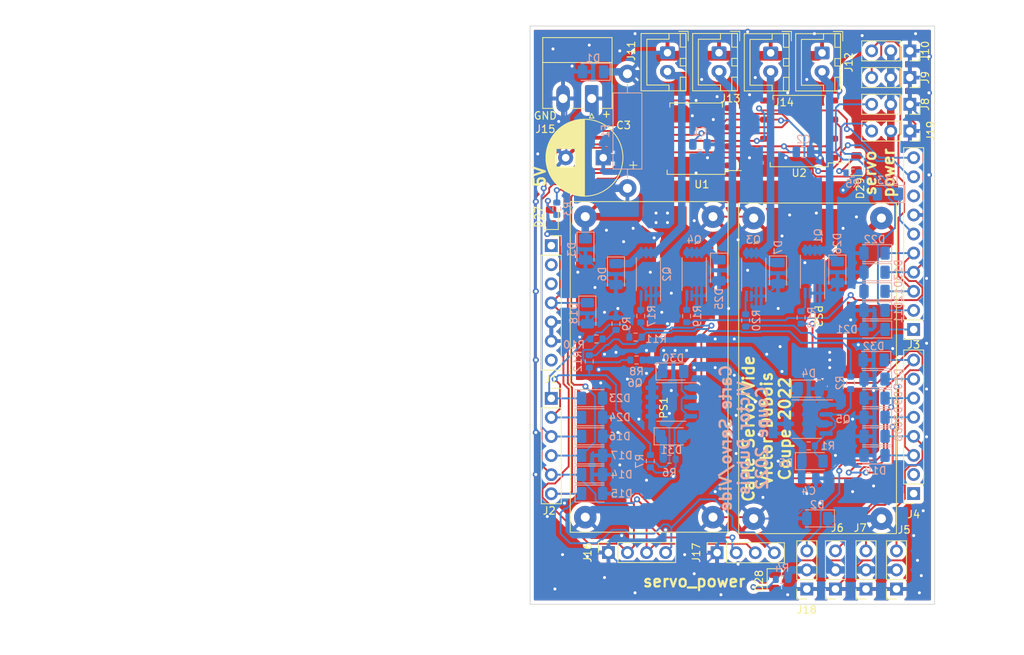
<source format=kicad_pcb>
(kicad_pcb (version 20211014) (generator pcbnew)
  (layers (0 "F.Cu" signal) (31 "B.Cu" signal) (34 "B.Paste" user) (35 "F.Paste" user) (36 "B.SilkS" user "B.Silkscreen") (37 "F.SilkS" user "F.Silkscreen") (38 "B.Mask" user) (39 "F.Mask" user) (44 "Edge.Cuts" user))
  (net 0 "")
  (net 4 "5V")
  (net 5 "GND")
  (net 7 "ENABLE_SERVO_POWER_1")
  (net 10 "ENABLE_SERVO_POWER_2")
  (net 11 "SERVO_POWER_2")
  (net 12 "SERVO_POWER_1")
  (net 13 "SERVO_4")
  (net 14 "SERVO_5")
  (net 15 "SERVO_6")
  (net 16 "SERVO_1")
  (net 17 "SERVO_2")
  (net 18 "SERVO_3")
  (net 19 "BATT_12V")
  (net 20 "SDA")
  (net 21 "SCL")
  (net 22 "TRANSISTOR_1")
  (net 23 "TRANSISTOR_2")
  (net 24 "TRANSISTOR_3")
  (net 25 "TRANSISTOR_4")
  (net 26 "Net-(Q1-Pad4)")
  (net 27 "Net-(Q2-Pad4)")
  (net 28 "Net-(Q3-Pad4)")
  (net 29 "Net-(Q4-Pad4)")
  (net 37 "Net-(D27-Pad2)")
  (net 38 "Net-(D28-Pad2)")
  (net 39 "Net-(D29-Pad2)")
  (net 40 "SERVO_12V_1")
  (net 41 "Net-(D5-Pad2)")
  (net 42 "Net-(D30-Pad2)")
  (net 43 "SERVO_12V_2")
  (net 44 "12V_before_fuse")
  (net 45 "TRANSISTOR_OUT_2")
  (net 46 "TRANSISTOR_OUT_3")
  (net 47 "TRANSISTOR_OUT_4")
  (net 48 "TRANSISTOR_OUT_1")
  (net 49 "SERVO_7")
  (net 50 "SERVO_8")
  (net 51 "Pressure_1")
  (net 52 "Pressure_2")
  (net 53 "A0")
  (net 54 "Net-(R10-Pad1)")
  (footprint "Connector_PinSocket_2.54mm:PinSocket_1x03_P2.54mm_Vertical" (layer "F.Cu") (at 121.666 133.35 180)
    (fp_text reference "J6")
    (fp_text value "Conn_01x03_Male")
  )
  (footprint "Connector_JST:JST_XH_B2B-XH-A_1x02_P2.50mm_Vertical" (layer "F.Cu") (at 106.172 61.976 -90)
    (fp_text reference "J13")
    (fp_text value "Transistor_4")
  )
  (footprint "Connector_PinSocket_2.54mm:PinSocket_1x03_P2.54mm_Vertical" (layer "F.Cu") (at 117.856 133.35 180)
    (fp_text reference "J18")
    (fp_text value "Conn_01x03_Male")
  )
  (footprint "LibraryVictor:SOIC-8_7.5x5.85mm_P1.27mm" (layer "F.Cu") (at 103.124 73.16 180)
    (fp_text reference "U1")
    (fp_text value "XGZP6897D_differential_pressure_sensor")
  )
  (footprint "Connector_PinSocket_2.54mm:PinSocket_1x06_P2.54mm_Vertical" (layer "F.Cu") (at 83.845 107.975)
    (fp_text reference "J2")
    (fp_text value "Conn_Arduino_Analog")
  )
  (footprint "Connector_PinSocket_2.54mm:PinSocket_1x10_P2.54mm_Vertical" (layer "F.Cu") (at 132.08 98.806 180)
    (fp_text reference "J3")
    (fp_text value "Conn_Arduino_D8_D13")
  )
  (footprint "Connector_PinSocket_2.54mm:PinSocket_1x03_P2.54mm_Vertical" (layer "F.Cu") (at 131.572 68.834 -90)
    (fp_text reference "J8")
    (fp_text value "Conn_01x03_Male")
  )
  (footprint "Connector_JST:JST_XH_B2B-XH-A_1x02_P2.50mm_Vertical" (layer "F.Cu") (at 99.314 61.976 -90)
    (fp_text reference "J11")
    (fp_text value "Transistor_2")
  )
  (footprint "LibraryVictor:lm2596Module" (layer "F.Cu") (at 86.369 125.791 90)
    (fp_text reference "PS1")
    (fp_text value "LM2596s module")
  )
  (footprint "Connector_PinSocket_2.54mm:PinSocket_1x03_P2.54mm_Vertical" (layer "F.Cu") (at 125.73 133.35 180)
    (fp_text reference "J7")
    (fp_text value "Conn_01x03_Male")
  )
  (footprint "Connector_Phoenix_MC:PhoenixContact_MC_1,5_2-G-3.81_1x02_P3.81mm_Horizontal" (layer "F.Cu") (at 89.226 68.072 180)
    (fp_text reference "J15")
    (fp_text value "12V_BATT")
  )
  (footprint "Connector_JST:JST_XH_B2B-XH-A_1x02_P2.50mm_Vertical" (layer "F.Cu") (at 119.888 61.996 -90)
    (fp_text reference "J12")
    (fp_text value "Transistor_1")
  )
  (footprint "LED_SMD:LED_0805_2012Metric" (layer "F.Cu") (at 83.82 83.82 90)
    (fp_text reference "D27")
    (fp_text value "LED_Small")
  )
  (footprint "Connector_PinSocket_2.54mm:PinSocket_1x07_P2.54mm_Vertical" (layer "F.Cu") (at 83.845 87.65)
    (fp_text reference "J1")
    (fp_text value "Conn_Arduino_Power")
  )
  (footprint "LibraryVictor:lm2596Module" (layer "F.Cu") (at 129.785 81.981 -90)
    (fp_text reference "PS2")
    (fp_text value "LM2596s module")
  )
  (footprint "Capacitor_THT:CP_Radial_D10.0mm_P5.00mm" (layer "F.Cu") (at 90.759677 75.946 180)
    (fp_text reference "C3")
    (fp_text value "C_Polarized")
  )
  (footprint "LibraryVictor:SOIC-8_7.5x5.85mm_P1.27mm" (layer "F.Cu") (at 116.84 72.144 180)
    (fp_text reference "U2")
    (fp_text value "XGZP6897D_differential_pressure_sensor")
  )
  (footprint "Connector_PinSocket_2.54mm:PinSocket_1x03_P2.54mm_Vertical" (layer "F.Cu") (at 131.572 72.39 -90)
    (fp_text reference "J19")
    (fp_text value "Conn_01x03_Male")
  )
  (footprint "LED_SMD:LED_0805_2012Metric" (layer "F.Cu") (at 113.538 132.334 -90)
    (fp_text reference "D28")
    (fp_text value "LED_Small")
  )
  (footprint "Connector_PinSocket_2.54mm:PinSocket_1x03_P2.54mm_Vertical" (layer "F.Cu") (at 131.572 65.278 -90)
    (fp_text reference "J9")
    (fp_text value "Conn_01x03_Male")
  )
  (footprint "Connector_PinSocket_2.54mm:PinSocket_1x03_P2.54mm_Vertical" (layer "F.Cu") (at 131.572 61.722 -90)
    (fp_text reference "J10")
    (fp_text value "Conn_01x03_Male")
  )
  (footprint "Connector_PinSocket_2.54mm:PinSocket_1x04_P2.54mm_Vertical" (layer "F.Cu") (at 91.45 128.499 90)
    (fp_text reference "J16")
    (fp_text value "Conn_01x04_Male")
  )
  (footprint "Connector_PinSocket_2.54mm:PinSocket_1x04_P2.54mm_Vertical" (layer "F.Cu") (at 105.918 128.524 90)
    (fp_text reference "J17")
    (fp_text value "Conn_01x04_Male")
  )
  (footprint "LED_SMD:LED_0805_2012Metric" (layer "F.Cu") (at 124.46 76.6295 90)
    (fp_text reference "D29")
    (fp_text value "LED_Small")
  )
  (footprint "Connector_PinSocket_2.54mm:PinSocket_1x03_P2.54mm_Vertical" (layer "F.Cu") (at 129.794 133.35 180)
    (fp_text reference "J5")
    (fp_text value "Conn_01x03_Male")
  )
  (footprint "Connector_PinSocket_2.54mm:PinSocket_1x08_P2.54mm_Vertical" (layer "F.Cu") (at 132.08 120.65 180)
    (fp_text reference "J4")
    (fp_text value "Conn_Arduino_D0_D7")
  )
  (footprint "Connector_JST:JST_XH_B2B-XH-A_1x02_P2.50mm_Vertical" (layer "F.Cu") (at 113.047 61.996 -90)
    (fp_text reference "J14")
    (fp_text value "Transistor_.3")
  )
  (footprint "Diode_SMD:D_1206_3216Metric" (layer "B.Cu") (at 118.618 116.332)
    (fp_text reference "D5")
    (fp_text value "D_Zener")
  )
  (footprint "Diode_SMD:D_1206_3216Metric" (layer "B.Cu") (at 114.0275 91.316 -90)
    (fp_text reference "D7")
    (fp_text value "D")
  )
  (footprint "Diode_SMD:D_1206_3216Metric" (layer "B.Cu") (at 126.87 107.95 180)
    (fp_text reference "D9")
    (fp_text value "D_Zener_Small")
  )
  (footprint "Diode_SMD:D_1206_3216Metric" (layer "B.Cu") (at 89.284 113.03)
    (fp_text reference "D16")
    (fp_text value "D_Zener_Small")
  )
  (footprint "Resistor_SMD:R_0603_1608Metric" (layer "B.Cu") (at 117.094 97.219 90)
    (fp_text reference "R18")
    (fp_text value "R")
  )
  (footprint "Diode_SMD:D_1206_3216Metric" (layer "B.Cu") (at 126.87 110.49 180)
    (fp_text reference "D20")
    (fp_text value "D_Zener_Small")
  )
  (footprint "Capacitor_SMD:C_0805_2012Metric" (layer "B.Cu") (at 103.632 74.168 180)
    (fp_text reference "C1")
    (fp_text value "100nF")
  )
  (footprint "Resistor_SMD:R_0603_1608Metric" (layer "B.Cu") (at 109.7095 97.603 90)
    (fp_text reference "R20")
    (fp_text value "R")
  )
  (footprint "Diode_SMD:D_1206_3216Metric" (layer "B.Cu") (at 128.648 80.772 180)
    (fp_text reference "D33")
    (fp_text value "D_Zener_Small")
  )
  (footprint "Resistor_THT:R_Axial_DIN0411_L9.9mm_D3.6mm_P15.24mm_Horizontal" (layer "B.Cu") (at 93.98 64.77 -90)
    (fp_text reference "F1")
    (fp_text value "Fuse")
  )
  (footprint "Diode_SMD:D_1206_3216Metric" (layer "B.Cu") (at 119.25 123.952 180)
    (fp_text reference "D2")
    (fp_text value "D_Zener")
  )
  (footprint "Diode_SMD:D_1206_3216Metric" (layer "B.Cu") (at 92.456 91.44 -90)
    (fp_text reference "D6")
    (fp_text value "D")
  )
  (footprint "Diode_SMD:D_1206_3216Metric" (layer "B.Cu") (at 126.87 88.646 180)
    (fp_text reference "D22")
    (fp_text value "D_Zener_Small")
  )
  (footprint "Package_SO:TSSOP-8_4.4x3mm_P0.65mm" (layer "B.Cu") (at 118.618 91.1175 90)
    (fp_text reference "Q1")
    (fp_text value "DMN2011UTS")
  )
  (footprint "Diode_SMD:D_1206_3216Metric" (layer "B.Cu") (at 89.284 120.65)
    (fp_text reference "D15")
    (fp_text value "D_Zener_Small")
  )
  (footprint "Resistor_SMD:R_0603_1608Metric" (layer "B.Cu") (at 88.9 103.061 90)
    (fp_text reference "R12")
    (fp_text value "R_Small")
  )
  (footprint "Diode_SMD:D_1206_3216Metric" (layer "B.Cu") (at 89.284 110.49)
    (fp_text reference "D24")
    (fp_text value "D_Zener_Small")
  )
  (footprint "Resistor_SMD:R_0603_1608Metric" (layer "B.Cu") (at 99.568 116.078 180)
    (fp_text reference "R6")
    (fp_text value "R")
  )
  (footprint "Diode_SMD:D_1206_3216Metric" (layer "B.Cu") (at 89.284 115.57)
    (fp_text reference "D17")
    (fp_text value "D_Zener_Small")
  )
  (footprint "Diode_SMD:D_1206_3216Metric" (layer "B.Cu") (at 121.92 91.186 -90)
    (fp_text reference "D26")
    (fp_text value "D")
  )
  (footprint "Resistor_SMD:R_0603_1608Metric" (layer "B.Cu") (at 114.554 132.08)
    (fp_text reference "R4")
    (fp_text value "R_Small")
  )
  (footprint "Package_SO:TSSOP-8_4.4x3mm_P0.65mm" (layer "B.Cu") (at 102.87 91.44 90)
    (fp_text reference "Q4")
    (fp_text value "DMN2011UTS")
  )
  (footprint "Capacitor_SMD:C_0805_2012Metric" (layer "B.Cu") (at 118.11 118.618)
    (fp_text reference "C4")
    (fp_text value "C")
  )
  (footprint "Diode_SMD:D_1206_3216Metric" (layer "B.Cu") (at 88.646 96.65 -90)
    (fp_text reference "D18")
    (fp_text value "D_Zener_Small")
  )
  (footprint "Diode_SMD:D_1206_3216Metric" (layer "B.Cu") (at 100.076 104.394)
    (fp_text reference "D30")
    (fp_text value "D_Zener")
  )
  (footprint "Capacitor_SMD:C_0805_2012Metric" (layer "B.Cu") (at 117.414 75.184 180)
    (fp_text reference "C2")
    (fp_text value "100nF")
  )
  (footprint "Diode_SMD:D_1206_3216Metric" (layer "B.Cu") (at 126.87 91.186 180)
    (fp_text reference "D13")
    (fp_text value "D_Zener_Small")
  )
  (footprint "Resistor_SMD:R_0603_1608Metric" (layer "B.Cu") (at 95.758 97.028 90)
    (fp_text reference "R17")
    (fp_text value "R")
  )
  (footprint "Diode_SMD:D_1206_3216Metric" (layer "B.Cu") (at 89.278 118.11)
    (fp_text reference "D14")
    (fp_text value "D_Zener_Small")
  )
  (footprint "Diode_SMD:D_1206_3216Metric" (layer "B.Cu") (at 88.392 88.138 -90)
    (fp_text reference "D3")
    (fp_text value "D_Zener")
  )
  (footprint "Diode_SMD:D_1206_3216Metric" (layer "B.Cu") (at 126.87 96.266 180)
    (fp_text reference "D11")
    (fp_text value "D_Zener_Small")
  )
  (footprint "Diode_SMD:D_1206_3216Metric" (layer "B.Cu") (at 106.172 90.932 -90)
    (fp_text reference "D25")
    (fp_text value "D")
  )
  (footprint "Diode_SMD:D_1206_3216Metric" (layer "B.Cu") (at 126.87 98.806 180)
    (fp_text reference "D21")
    (fp_text value "D_Zener_Small")
  )
  (footprint "Package_SO:TSSOP-8_4.4x3mm_P0.65mm" (layer "B.Cu") (at 96.774 91.44 90)
    (fp_text reference "Q2")
    (fp_text value "DMN2011UTS")
  )
  (footprint "Resistor_SMD:R_0603_1608Metric" (layer "B.Cu") (at 97.028 116.332 -90)
    (fp_text reference "R7")
    (fp_text value "R")
  )
  (footprint "Resistor_SMD:R_0603_1608Metric" (layer "B.Cu") (at 84.582 82.741 90)
    (fp_text reference "R3")
    (fp_text value "R_Small")
  )
  (footprint "Diode_SMD:D_1206_3216Metric" (layer "B.Cu") (at 126.87 115.57 180)
    (fp_text reference "D19")
    (fp_text value "D_Zener_Small")
  )
  (footprint "Diode_SMD:D_1206_3216Metric" (layer "B.Cu") (at 89.278 107.95)
    (fp_text reference "D23")
    (fp_text value "D_Zener_Small")
  )
  (footprint "Resistor_SMD:R_0603_1608Metric" (layer "B.Cu") (at 89.853 100.076 180)
    (fp_text reference "R10")
    (fp_text value "R_Small")
  )
  (footprint "Diode_SMD:D_1206_3216Metric" (layer "B.Cu") (at 118.11 106.68)
    (fp_text reference "D4")
    (fp_text value "D")
  )
  (footprint "Resistor_SMD:R_0603_1608Metric" (layer "B.Cu") (at 95.059 99.822)
    (fp_text reference "R11")
    (fp_text value "R_Small")
  )
  (footprint "Resistor_SMD:R_0603_1608Metric" (layer "B.Cu") (at 92.456 98.044 90)
    (fp_text reference "R9")
    (fp_text value "R_Small")
  )
  (footprint "Resistor_SMD:R_0603_1608Metric" (layer "B.Cu") (at 101.854 97.028 90)
    (fp_text reference "R19")
    (fp_text value "R")
  )
  (footprint "Package_SO:SO-8_3.9x4.9mm_P1.27mm" (layer "B.Cu") (at 117.856 110.744 180)
    (fp_text reference "Q5")
    (fp_text value "DMP2040USD")
  )
  (footprint "Diode_SMD:D_1206_3216Metric" (layer "B.Cu") (at 126.746 102.87 180)
    (fp_text reference "D32")
    (fp_text value "D_Zener_Small")
  )
  (footprint "Resistor_SMD:R_0603_1608Metric" (layer "B.Cu") (at 123.952 77.978)
    (fp_text reference "R5")
    (fp_text value "R_Small")
  )
  (footprint "Diode_SMD:D_1206_3216Metric" (layer "B.Cu") (at 126.87 113.03 180)
    (fp_text reference locked "D8")
    (fp_text value "D_Zener_Small")
  )
  (footprint "Resistor_SMD:R_0603_1608Metric" (layer "B.Cu") (at 118.11 114.3 180)
    (fp_text reference "R1")
    (fp_text value "R")
  )
  (footprint "Diode_SMD:D_1206_3216Metric" (layer "B.Cu") (at 126.87 105.41 180)
    (fp_text reference "D10")
    (fp_text value "D_Zener_Small")
  )
  (footprint "Resistor_SMD:R_0603_1608Metric" (layer "B.Cu") (at 95.187 102.87 180)
    (fp_text reference "R8")
    (fp_text value "R_Small")
  )
  (footprint "Diode_SMD:D_1206_3216Metric" (layer "B.Cu") (at 126.87 93.726 180)
    (fp_text reference "D12")
    (fp_text value "D_Zener_Small")
  )
  (footprint "Diode_SMD:D_1206_3216Metric" (layer "B.Cu") (at 99.822 113.03)
    (fp_text reference "D31")
    (fp_text value "D")
  )
  (footprint "Package_SO:SO-8_3.9x4.9mm_P1.27mm" (layer "B.Cu") (at 99.822 108.458 180)
    (fp_text reference "Q6")
    (fp_text value "DMP2040USD")
  )
  (footprint "Resistor_SMD:R_0603_1608Metric" (layer "B.Cu") (at 123.698 105.918 -90)
    (fp_text reference "R2")
    (fp_text value "R")
  )
  (footprint "Package_SO:TSSOP-8_4.4x3mm_P0.65mm" (layer "B.Cu") (at 110.7965 91.5015 90)
    (fp_text reference "Q3")
    (fp_text value "DMN2011UTS")
  )
  (footprint "Diode_SMD:D_1206_3216Metric" (layer "B.Cu") (at 89.408 64.516 180)
    (fp_text reference "D1")
    (fp_text value "13V")
  )
  (gr_rect (start 81.026 58.42) (end 134.874 135.382) (layer "Edge.Cuts") (width 0.1) (fill none))
  (gr_text "Carte Servo/Vide\nVictor Dubois\nCoupe 2022" (at 109.474 113.284 90) (layer "B.SilkS") (effects (font (size 1.5 1.5) (thickness 0.3)) (justify mirror)))
  (gr_text "servo_power" (at 102.87 132.334) (layer "F.SilkS") (effects (font (size 1.5 1.5) (thickness 0.3))))
  (gr_text "servo\npower" (at 127.508 77.978 90) (layer "F.SilkS") (effects (font (size 1.5 1.5) (thickness 0.3))))
  (gr_text "5V" (at 82.296 78.486 90) (layer "F.SilkS") (effects (font (size 1.5 1.5) (thickness 0.3))))
  (gr_text "Carte Servo/Vide\nVictor Dubois\nCoupe 2022" (at 112.522 112.014 90) (layer "F.SilkS") (effects (font (size 1.5 1.5) (thickness 0.3))))
  (gr_text "GND" (at 83.058 70.358) (layer "F.SilkS") (effects (font (size 1 1))))
  (gr_text "+" (at 91.186 70.104) (layer "F.SilkS") (effects (font (size 1 1))))
  (segment (start 107.624 74.43) (end 112.765783 74.43) (width 0.25) (layer "F.Cu") (net 4))
  (segment (start 92.815489 127.324489) (end 88.833479 127.324489) (width 0.25) (layer "F.Cu") (net 4))
  (segment (start 85.598511 82.042511) (end 85.598 82.042) (width 0.25) (layer "F.Cu") (net 4))
  (segment (start 95.512614 120.65) (end 96.97952 122.116906) (width 0.25) (layer "F.Cu") (net 4))
  (segment (start 113.057263 72.68948) (end 103.84052 72.68948) (width 0.25) (layer "F.Cu") (net 4))
  (segment (start 84.331499 119.309511) (end 85.344 118.29701) (width 0.25) (layer "F.Cu") (net 4))
  (segment (start 85.344 117.856) (end 86.16448 117.03552) (width 0.25) (layer "F.Cu") (net 4))
  (segment (start 82.670489 120.021511) (end 83.382489 119.309511) (width 0.25) (layer "F.Cu") (net 4))
  (segment (start 88.833479 127.324489) (end 82.670489 121.161499) (width 0.25) (layer "F.Cu") (net 4))
  (segment (start 107.624 74.43) (end 114.816 74.43) (width 0.25) (layer "F.Cu") (net 4))
  (segment (start 89.208511 74.621489) (end 94.658252 74.621489) (width 0.25) (layer "F.Cu") (net 4))
  (segment (start 113.36452 73.831263) (end 113.36452 72.996737) (width 0.25) (layer "F.Cu") (net 4))
  (segment (start 85.46096 106.036396) (end 85.46096 96.88596) (width 0.25) (layer "F.Cu") (net 4))
  (segment (start 96.381741 72.898) (end 103.632 72.898) (width 0.25) (layer "F.Cu") (net 4))
  (segment (start 94.658252 74.621489) (end 96.381741 72.898) (width 0.25) (layer "F.Cu") (net 4))
  (segment (start 85.598 80.518) (end 85.281 80.201) (width 0.25) (layer "F.Cu") (net 4))
  (segment (start 96.97952 122.116906) (end 96.97952 124.91952) (width 0.25) (layer "F.Cu") (net 4))
  (segment (start 94.488 121.674614) (end 94.488 121.149386) (width 0.25) (layer "F.Cu") (net 4))
  (segment (start 93.99 128.499) (end 94.84 127.649) (width 0.25) (layer "F.Cu") (net 4))
  (segment (start 88.9 77.216) (end 88.9 74.93) (width 0.25) (layer "F.Cu") (net 4))
  (segment (start 98.552 126.492) (end 107.95 126.492) (width 0.25) (layer "F.Cu") (net 4))
  (segment (start 82.670489 121.161499) (end 82.670489 120.021511) (width 0.25) (layer "F.Cu") (net 4))
  (segment (start 86.16448 117.03552) (end 86.16448 106.739916) (width 0.25) (layer "F.Cu") (net 4))
  (segment (start 114.816 74.43) (end 120.324 74.43) (width 0.25) (layer "F.Cu") (net 4))
  (segment (start 83.382489 119.309511) (end 84.331499 119.309511) (width 0.25) (layer "F.Cu") (net 4))
  (segment (start 94.987386 120.65) (end 95.512614 120.65) (width 0.25) (layer "F.Cu") (net 4))
  (segment (start 85.598 82.042) (end 85.598 80.518) (width 0.25) (layer "F.Cu") (net 4))
  (segment (start 88.9 74.93) (end 89.208511 74.621489) (width 0.25) (layer "F.Cu") (net 4))
  (segment (start 85.019511 84.968212) (end 85.598511 84.389212) (width 0.25) (layer "F.Cu") (net 4))
  (segment (start 94.84 127.649) (end 94.84 122.026614) (width 0.25) (layer "F.Cu") (net 4))
  (segment (start 94.84 122.026614) (end 94.488 121.674614) (width 0.25) (layer "F.Cu") (net 4))
  (segment (start 94.488 121.149386) (end 94.987386 120.65) (width 0.25) (layer "F.Cu") (net 4))
  (segment (start 96.97952 124.91952) (end 98.552 126.492) (width 0.25) (layer "F.Cu") (net 4))
  (segment (start 120.324 74.43) (end 121.34 73.414) (width 0.25) (layer "F.Cu") (net 4))
  (segment (start 85.281 80.201) (end 84.582 80.201) (width 0.25) (layer "F.Cu") (net 4))
  (segment (start 85.598511 84.389212) (end 85.598511 82.042511) (width 0.25) (layer "F.Cu") (net 4))
  (segment (start 93.99 128.499) (end 92.815489 127.324489) (width 0.25) (layer "F.Cu") (net 4))
  (segment (start 84.582 80.201) (end 84.582 80.264) (width 0.25) (layer "F.Cu") (net 4))
  (segment (start 83.845 95.27) (end 85.019511 94.095489) (width 0.25) (layer "F.Cu") (net 4))
  (segment (start 103.632 72.898) (end 103.84052 72.68948) (width 0.25) (layer "F.Cu") (net 4))
  (segment (start 85.019511 94.095489) (end 85.019511 84.968212) (width 0.25) (layer "F.Cu") (net 4))
  (segment (start 113.36452 72.996737) (end 113.057263 72.68948) (width 0.25) (layer "F.Cu") (net 4))
  (segment (start 86.16448 106.739916) (end 85.46096 106.036396) (width 0.25) (layer "F.Cu") (net 4))
  (segment (start 85.598 80.518) (end 88.9 77.216) (width 0.25) (layer "F.Cu") (net 4))
  (segment (start 112.765783 74.43) (end 113.36452 73.831263) (width 0.25) (layer "F.Cu") (net 4))
  (segment (start 85.344 118.29701) (end 85.344 117.856) (width 0.25) (layer "F.Cu") (net 4))
  (segment (start 85.46096 96.88596) (end 83.845 95.27) (width 0.25) (layer "F.Cu") (net 4))
  (via (at 84.582 80.264) (size 0.8) (drill 0.4) (layers "F.Cu" "B.Cu") (net 4))
  (via (at 107.95 126.492) (size 0.8) (drill 0.4) (layers "F.Cu" "B.Cu") (net 4))
  (via (at 114.816 74.43) (size 0.8) (drill 0.4) (layers "F.Cu" "B.Cu") (net 4))
  (via (at 103.84052 72.68948) (size 0.8) (drill 0.4) (layers "F.Cu" "B.Cu") (net 4))
  (segment (start 83.845 95.27) (end 88.626 95.27) (width 0.25) (layer "B.Cu") (net 4))
  (segment (start 102.682 74.168) (end 102.682 73.848) (width 0.25) (layer "B.Cu") (net 4))
  (segment (start 84.582 80.264) (end 84.582 81.916) (width 0.25) (layer "B.Cu") (net 4))
  (segment (start 115.57 75.184) (end 114.816 74.43) (width 0.25) (layer "B.Cu") (net 4))
  (segment (start 116.464 75.184) (end 115.57 75.184) (width 0.25) (layer "B.Cu") (net 4))
  (segment (start 102.682 73.848) (end 103.84052 72.68948) (width 0.25) (layer "B.Cu") (net 4))
  (segment (start 88.626 95.27) (end 88.646 95.25) (width 0.25) (layer "B.Cu") (net 4))
  (segment (start 107.95 126.492) (end 107.95 128.016) (width 0.25) (layer "B.Cu") (net 4))
  (segment (start 107.95 128.016) (end 108.458 128.524) (width 0.25) (layer "B.Cu") (net 4))
  (segment (start 121.666 133.21299) (end 125.33899 129.54) (width 0.25) (layer "F.Cu") (net 5))
  (segment (start 125.222 59.69) (end 124.714 59.69) (width 0.25) (layer "F.Cu") (net 5))
  (segment (start 120.65 129.54) (end 125.33899 129.54) (width 0.25) (layer "F.Cu") (net 5))
  (segment (start 119.079897 78.448511) (end 118.655489 78.024103) (width 0.25) (layer "F.Cu") (net 5))
  (segment (start 119.634 127.157) (end 119.634 128.524) (width 0.25) (layer "F.Cu") (net 5))
  (segment (start 115.3945 129.54) (end 113.538 131.3965) (width 0.25) (layer "F.Cu") (net 5))
  (segment (start 118.655489 78.024103) (end 118.655489 76.932491) (width 0.25) (layer "F.Cu") (net 5))
  (segment (start 124.714 59.69) (end 123.698 60.706) (width 0.25) (layer "F.Cu") (net 5))
  (segment (start 105.369 123.791) (end 110.595 123.791) (width 0.25) (layer "F.Cu") (net 5))
  (segment (start 118.655489 76.932491) (end 119.634 75.95398) (width 0.25) (layer "F.Cu") (net 5))
  (segment (start 84.074 85.187) (end 84.074 85.344) (width 0.25) (layer "F.Cu") (net 5))
  (segment (start 116.458 123.981) (end 119.634 127.157) (width 0.25) (layer "F.Cu") (net 5))
  (segment (start 114.308 75.954) (end 112.34 75.954) (width 0.25) (layer "F.Cu") (net 5))
  (segment (start 105.402 75.954) (end 104.64 75.954) (width 0.25) (layer "F.Cu") (net 5))
  (segment (start 132.334 71.4525) (end 131.572 70.6905) (width 0.25) (layer "F.Cu") (net 5))
  (segment (start 119.634 75.95398) (end 115.05402 75.95398) (width 0.25) (layer "F.Cu") (net 5))
  (segment (start 120.65 129.54) (end 115.3945 129.54) (width 0.25) (layer "F.Cu") (net 5))
  (segment (start 114.30802 75.95398) (end 114.308 75.954) (width 0.25) (layer "F.Cu") (net 5))
  (segment (start 84.074 85.344) (end 83.312 86.106) (width 0.25) (layer "F.Cu") (net 5))
  (segment (start 121.666 133.35) (end 121.666 133.21299) (width 0.25) (layer "F.Cu") (net 5))
  (segment (start 110.228 75.954) (end 105.402 75.954) (width 0.25) (layer "F.Cu") (net 5))
  (segment (start 110.595 123.791) (end 110.785 123.981) (width 0.25) (layer "F.Cu") (net 5))
  (segment (start 115.05402 75.95398) (end 114.30802 75.95398) (width 0.25) (layer "F.Cu") (net 5))
  (segment (start 99.64 75.954) (end 98.624 76.97) (width 0.25) (layer "F.Cu") (net 5))
  (segment (start 110.785 123.981) (end 116.458 123.981) (width 0.25) (layer "F.Cu") (net 5))
  (segment (start 131.572 70.6905) (end 131.572 69.088) (width 0.25) (layer "F.Cu") (net 5))
  (segment (start 119.634 128.524) (end 120.65 129.54) (width 0.25) (layer "F.Cu") (net 5))
  (segment (start 123.578489 78.448511) (end 119.079897 78.448511) (width 0.25) (layer "F.Cu") (net 5))
  (segment (start 105.369 83.791) (end 110.595 83.791) (width 0.25) (layer "F.Cu") (net 5))
  (segment (start 110.595 83.791) (end 110.785 83.981) (width 0.25) (layer "F.Cu") (net 5))
  (segment (start 104.64 75.954) (end 99.64 75.954) (width 0.25) (layer "F.Cu") (net 5))
  (segment (start 125.33899 129.54) (end 132.588 129.54) (width 0.25) (layer "F.Cu") (net 5))
  (segment (start 124.46 77.567) (end 123.578489 78.448511) (width 0.25) (layer "F.Cu") (net 5))
  (segment (start 112.34 75.954) (end 110.228 75.954) (width 0.25) (layer "F.Cu") (net 5))
  (via (at 109.982 90.932) (size 0.8) (drill 0.4) (layers "F.Cu" "B.Cu") (net 5))
  (via (at 105.918 67.818) (size 0.8) (drill 0.4) (layers "F.Cu" "B.Cu") (net 5))
  (via (at 92.456 101.854) (size 0.8) (drill 0.4) (layers "F.Cu" "B.Cu") (net 5))
  (via (at 134.112 62.484) (size 0.8) (drill 0.4) (layers "F.Cu" "B.Cu") (net 5))
  (via (at 94.742 85.344) (size 0.8) (drill 0.4) (layers "F.Cu" "B.Cu") (net 5))
  (via (at 119.634 121.92) (size 0.8) (drill 0.4) (layers "F.Cu" "B.Cu") (net 5))
  (via (at 95.504 110.744) (size 0.8) (drill 0.4) (layers "F.Cu" "B.Cu") (net 5))
  (via (at 114.046 96.012) (size 0.8) (drill 0.4) (layers "F.Cu" "B.Cu") (net 5))
  (via (at 106.426 134.112) (size 0.8) (drill 0.4) (layers "F.Cu" "B.Cu") (net 5))
  (via (at 133.79952 100.64248) (size 0.8) (drill 0.4) (layers "F.Cu" "B.Cu") (net 5))
  (via (at 96.52 118.872) (size 0.8) (drill 0.4) (layers "F.Cu" "B.Cu") (net 5))
  (via (at 90.932 102.108) (size 0.8) (drill 0.4) (layers "F.Cu" "B.Cu") (net 5))
  (via (at 124.714 100.838) (size 0.8) (drill 0.4) (layers "F.Cu" "B.Cu") (net 5))
  (via (at 132.08 126.238) (size 0.8) (drill 0.4) (layers "F.Cu" "B.Cu") (net 5))
  (via (at 108.458 115.316) (size 0.8) (drill 0.4) (layers "F.Cu" "B.Cu") (net 5))
  (via (at 98.552 96.52) (size 0.8) (drill 0.4) (layers "F.Cu" "B.Cu") (net 5))
  (via (at 125.222 59.69) (size 0.8) (drill 0.4) (layers "F.Cu" "B.Cu") (net 5))
  (via (at 108.204 100.076) (size 0.8) (drill 0.4) (layers "F.Cu" "B.Cu") (net 5))
  (via (at 129.286 101.346) (size 0.8) (drill 0.4) (layers "F.Cu" "B.Cu") (net 5))
  (via (at 112.522 102.108) (size 0.8) (drill 0.4) (layers "F.Cu" "B.Cu") (net 5))
  (via (at 90.17 104.14) (size 0.8) (drill 0.4) (layers "F.Cu" "B.Cu") (net 5))
  (via (at 105.664 100.076) (size 0.8) (drill 0.4) (layers "F.Cu" "B.Cu") (net 5))
  (via (at 89.662 93.218) (size 0.8) (drill 0.4) (layers "F.Cu" "B.Cu") (net 5))
  (via (at 108.712 86.868) (size 0.8) (drill 0.4) (layers "F.Cu" "B.Cu") (net 5))
  (via (at 118.872 59.436) (size 0.8) (drill 0.4) (layers "F.Cu" "B.Cu") (net 5))
  (via (at 82.042 75.438) (size 0.8) (drill 0.4) (layers "F.Cu" "B.Cu") (net 5))
  (via (at 87.63 99.822) (size 0.8) (drill 0.4) (layers "F.Cu" "B.Cu") (net 5))
  (via (at 108.712 130.048) (size 0.8) (drill 0.4) (layers "F.Cu" "B.Cu") (net 5))
  (via (at 86.614 63.754) (size 0.8) (drill 0.4) (layers "F.Cu" "B.Cu") (net 5))
  (via (at 102.87 84.328) (size 0.8) (drill 0.4) (layers "F.Cu" "B.Cu") (net 5))
  (via (at 103.124 77.978) (size 0.8) (drill 0.4) (layers "F.Cu" "B.Cu") (net 5))
  (via (at 110.998 65.278) (size 0.8) (drill 0.4) (layers "F.Cu" "B.Cu") (net 5))
  (via (at 110.236 67.564) (size 0.8) (drill 0.4) (layers "F.Cu" "B.Cu") (net 5))
  (via (at 122.682 85.344) (size 0.8) (drill 0.4) (layers "F.Cu" "B.Cu") (net 5))
  (via (at 105.664 120.396) (size 0.8) (drill 0.4) (layers "F.Cu" "B.Cu") (net 5))
  (via (at 134.112 67.31) (size 0.8) (drill 0.4) (layers "F.Cu" "B.Cu") (net 5))
  (via (at 108.204 104.902) (size 0.8) (drill 0.4) (layers "F.Cu" "B.Cu") (net 5))
  (via (at 100.076 118.364) (size 0.8) (drill 0.4) (layers "F.Cu" "B.Cu") (net 5))
  (via (at 133.79952 92.00648) (size 0.8) (drill 0.4) (layers "F.Cu" "B.Cu") (net 5))
  (via (at 91.186 85.598) (size 0.8) (drill 0.4) (layers "F.Cu" "B.Cu") (net 5))
  (via (at 133.79952 106.73848) (size 0.8) (drill 0.4) (layers "F.Cu" "B.Cu") (net 5))
  (via (at 114.046 116.332) (size 0.8) (drill 0.4) (layers "F.Cu" "B.Cu") (net 5))
  (via (at 108.458 110.236) (size 0.8) (drill 0.4) (layers "F.Cu" "B.Cu") (net 5))
  (via (at 81.788 93.726) (size 0.8) (drill 0.4) (layers "F.Cu" "B.Cu") (net 5))
  (via (at 94.996 133.858) (size 0.8) (drill 0.4) (layers "F.Cu" "B.Cu") (net 5))
  (via (at 124.46 83.82) (size 0.8) (drill 0.4) (layers "F.Cu" "B.Cu") (net 5))
  (via (at 111.506 112.776) (size 0.8) (drill 0.4) (layers "F.Cu" "B.Cu") (net 5))
  (via (at 93.472 87.122) (size 0.8) (drill 0.4) (layers "F.Cu" "B.Cu") (net 5))
  (via (at 88.9 60.96) (size 0.8) (drill 0.4) (layers "F.Cu" "B.Cu") (net 5))
  (via (at 85.344 128.778) (size 0.8) (drill 0.4) (layers "F.Cu" "B.Cu") (net 5))
  (via (at 117.856 65.532) (size 0.8) (drill 0.4) (layers "F.Cu" "B.Cu") (net 5))
  (via (at 92.71 96.012) (size 0.8) (drill 0.4) (layers "F.Cu" "B.Cu") (net 5))
  (via (at 126.746 119.634) (size 0.8) (drill 0.4) (layers "F.Cu" "B.Cu") (net 5))
  (via (at 99.568 109.982) (size 0.8) (drill 0.4) (layers "F.Cu" "B.Cu") (net 5))
  (via (at 109.982 59.182) (size 0.8) (drill 0.4) (layers "F.Cu" "B.Cu") (net 5))
  (via (at 132.334 59.436) (size 0.8) (drill 0.4) (layers "F.Cu" "B.Cu") (net 5))
  (via (at 93.98 105.41) (size 0.8) (drill 0.4) (layers "F.Cu" "B.Cu") (net 5))
  (via (at 121.666 115.57) (size 0.8) (drill 0.4) (layers "F.Cu" "B.Cu") (net 5))
  (via (at 115.57 83.566) (size 0.8) (drill 0.4) (layers "F.Cu" "B.Cu") (net 5))
  (via (at 83.312 86.106) (size 0.8) (drill 0.4) (layers "F.Cu" "B.Cu") (net 5))
  (via (at 92.964 61.722) (size 0.8) (drill 0.4) (layers "F.Cu" "B.Cu") (net 5))
  (via (at 123.698 97.536) (size 0.8) (drill 0.4) (layers "F.Cu" "B.Cu") (net 5))
  (via (at 81.788 112.522) (size 0.8) (drill 0.4) (layers "F.Cu" "B.Cu") (net 5))
  (via (at 92.71 112.522) (size 0.8) (drill 0.4) (layers "F.Cu" "B.Cu") (net 5))
  (via (at 101.6 128.778) (size 0.8) (drill 0.4) (layers "F.Cu" "B.Cu") (net 5))
  (via (at 133.79952 113.08848) (size 0.8) (drill 0.4) (layers "F.Cu" "B.Cu") (net 5))
  (via (at 110.998 108.458) (size 0.8) (drill 0.4) (layers "F.Cu" "B.Cu") (net 5))
  (via (at 103.8575 65.529604) (size 0.8) (drill 0.4) (layers "F.Cu" "B.Cu") (net 5))
  (via (at 132.842 133.858) (size 0.8) (drill 0.4) (layers "F.Cu" "B.Cu") (net 5))
  (via (at 102.87 103.886) (size 0.8) (drill 0.4) (layers "F.Cu" "B.Cu") (net 5))
  (via (at 133.096 131.572) (size 0.8) (drill 0.4) (layers "F.Cu" "B.Cu") (net 5))
  (via (at 117.602 89.916) (size 0.8) (drill 0.4) (layers "F.Cu" "B.Cu") (net 5))
  (via (at 90.932 131.826) (size 0.8) (drill 0.4) (layers "F.Cu" "B.Cu") (net 5))
  (via (at 132.588 129.54) (size 0.8) (drill 0.4) (layers "F.Cu" "B.Cu") (net 5))
  (via (at 93.218 126.238) (size 0.8) (drill 0.4) (layers "F.Cu" "B.Cu") (net 5))
  (via (at 83.312 123.698) (size 0.8) (drill 0.4) (layers "F.Cu" "B.Cu") (net 5))
  (via (at 99.822 106.934) (size 0.8) (drill 0.4) (layers "F.Cu" "B.Cu") (net 5))
  (via (at 114.3 101.092) (size 0.8) (drill 0.4) (layers "F.Cu" "B.Cu") (net 5))
  (via (at 81.788 118.11) (size 0.8) (drill 0.4) (layers "F.Cu" "B.Cu") (net 5))
  (via (at 84.328 133.35) (size 0.8) (drill 0.4) (layers "F.Cu" "B.Cu") (net 5))
  (via (at 96.52 101.6) (size 0.8) (drill 0.4) (layers "F.Cu" "B.Cu") (net 5))
  (via (at 99.06 125.476) (size 0.8) (drill 0.4) (layers "F.Cu" "B.Cu") (net 5))
  (via (at 90.424 105.918) (size 0.8) (drill 0.4) (layers "F.Cu" "B.Cu") (net 5))
  (via (at 123.952 120.396) (size 0.8) (drill 0.4) (layers "F.Cu" "B.Cu") (net 5))
  (via (at 123.952 110.744) (size 0.8) (drill 0.4) (layers "F.Cu" "B.Cu") (net 5))
  (via (at 97.028 91.186) (size 0.8) (drill 0.4) (layers "F.Cu" "B.Cu") (net 5))
  (via (at 85.598 121.92) (size 0.8) (drill 0.4) (layers "F.Cu" "B.Cu") (net 5))
  (via (at 115.05402 75.95398) (size 0.8) (drill 0.4) (layers "F.Cu" "B.Cu") (net 5))
  (via (at 84.074 61.468) (size 0.8) (drill 0.4) (layers "F.Cu" "B.Cu") (net 5))
  (via (at 96.52 104.648) (size 0.8) (drill 0.4) (layers "F.Cu" "B.Cu") (net 5))
  (via (at 81.788 81.788) (size 0.8) (drill 0.4) (layers "F.Cu" "B.Cu") (net 5))
  (via (at 119.634 75.95398) (size 0.8) (drill 0.4) (layers "F.Cu" "B.Cu") (net 5))
  (via (at 133.35 122.936) (size 0.8) (drill 0.4) (layers "F.Cu" "B.Cu") (net 5))
  (via (at 114.554 86.36) (size 0.8) (drill 0.4) (layers "F.Cu" "B.Cu") (net 5))
  (via (at 103.124 68.326) (size 0.8) (drill 0.4) (layers "F.Cu" "B.Cu") (net 5))
  (via (at 99.314 98.044) (size 0.8) (drill 0.4) (layers "F.Cu" "B.Cu") (net 5))
  (via (at 105.664 103.886) (size 0.8) (drill 0.4) (layers "F.Cu" "B.Cu") (net 5))
  (via (at 92.964 116.84) (size 0.8) (drill 0.4) (layers "F.Cu" "B.Cu") (net 5))
  (via (at 90.932 96.52) (size 0.8) (drill 0.4) (layers "F.Cu" "B.Cu") (net 5))
  (via (at 87.376 91.186) (size 0.8) (drill 0.4) (layers "F.Cu" "B.Cu") (net 5))
  (via (at 102.616 70.358) (size 0.8) (drill 0.4) (layers "F.Cu" "B.Cu") (net 5))
  (via (at 134.112 78.232) (size 0.8) (drill 0.4) (layers "F.Cu" "B.Cu") (net 5))
  (via (at 88.646 129.032) (size 0.8) (drill 0.4) (layers "F.Cu" "B.Cu") (net 5))
  (via (at 114.554 104.394) (size 0.8) (drill 0.4) (layers "F.Cu" "B.Cu") (net 5))
  (via (at 117.856 120.65) (size 0.8) (drill 0.4) (layers "F.Cu" "B.Cu") (net 5))
  (via (at 102.87 131.318) (size 0.8) (drill 0.4) (layers "F.Cu" "B.Cu") (net 5))
  (via (at 107.442 96.012) (size 0.8) (drill 0.4) (layers "F.Cu" "B.Cu") (net 5))
  (via (at 105.41 70.866) (size 0.8) (drill 0.4) (layers "F.Cu" "B.Cu") (net 5))
  (via (at 115.316 67.31) (size 0.8) (drill 0.4) (layers "F.Cu" "B.Cu") (net 5))
  (via (at 99.822 93.98) (size 0.8) (drill 0.4) (layers "F.Cu" "B.Cu") (net 5))
  (via (at 81.788 102.87) (size 0.8) (drill 0.4) (layers "F.Cu" "B.Cu") (net 5))
  (via (at 112.014 121.158) (size 0.8) (drill 0.4) (layers "F.Cu" "B.Cu") (net 5))
  (via (at 119.126 83.312) (size 0.8) (drill 0.4) (layers "F.Cu" "B.Cu") (net 5))
  (via (at 126.746 106.934) (size 0.8) (drill 0.4) (layers "F.Cu" "B.Cu") (net 5))
  (via (at 97.536 86.614) (size 0.8) (drill 0.4) (layers "F.Cu" "B.Cu") (net 5))
  (via (at 110.228 75.954) (size 0.8) (drill 0.4) (layers "F.Cu" "B.Cu") (net 5))
  (via (at 84.836 71.12) (size 0.8) (drill 0.4) (layers "F.Cu" "B.Cu") (net 5))
  (via (at 104.64 75.954) (size 0.8) (drill 0.4) (layers "F.Cu" "B.Cu") (net 5))
  (via (at 115.316 134.112) (size 0.8) (drill 0.4) (layers "F.Cu" "B.Cu") (net 5))
  (via (at 122.174 67.056) (size 0.8) (drill 0.4) (layers "F.Cu" "B.Cu") (net 5))
  (via (at 94.996 59.436) (size 0.8) (drill 0.4) (layers "F.Cu" "B.Cu") (net 5))
  (segment (start 97.749 94.3025) (end 97.099 94.3025) (width 0.25) (layer "B.Cu") (net 5))
  (segment (start 96.52 118.872) (end 93.98 118.872) (width 0.25) (layer "B.Cu") (net 5))
  (segment (start 125.47 115.57) (end 123.19 115.57) (width 0.25) (layer "B.Cu") (net 5))
  (segment (start 125.346 105.286) (end 125.47 105.41) (width 0.25) (layer "B.Cu") (net 5))
  (segment (start 88.646 98.05) (end 88.406 97.81) (width 0.25) (layer "B.Cu") (net 5))
  (segment (start 119.13398 75.95398) (end 118.364 75.184) (width 0.25) (layer "B.Cu") (net 5))
  (segment (start 116.089493 123.981) (end 120.289246 119.781246) (width 0.25) (layer "B.Cu") (net 5))
  (segment (start 99.06 117.094) (end 99.568 116.586) (width 0.25) (layer "B.Cu") (net 5))
  (segment (start 97.749 96.733) (end 97.749 94.3025) (width 0.25) (layer "B.Cu") (net 5))
  (segment (start 132.661988 116.84) (end 130.556 116.84) (width 0.25) (layer "B.Cu") (net 5))
  (segment (start 96.52 118.872) (end 96.52 117.897257) (width 0.25) (layer "B.Cu") (net 5))
  (segment (start 115.316 92.586) (end 121.92 92.586) (width 0.25) (layer "B.Cu") (net 5))
  (segment (start 95.674361 92.84) (end 96.449 93.614639) (width 0.25) (layer "B.Cu") (net 5))
  (segment (start 125.47 107.95) (end 125.47 110.49) (width 0.25) (layer "B.Cu") (net 5))
  (segment (start 90.684 120.65) (end 90.684 118.116) (width 0.25) (layer "B.Cu") (net 5))
  (segment (start 104.582 66.99) (end 104.582 74.168) (width 0.25) (layer "B.Cu") (net 5))
  (segment (start 133.79952 92.00648) (end 133.79952 71.31552) (width 0.25) (layer "B.Cu") (net 5))
  (segment (start 115.062 92.332) (end 115.316 92.586) (width 0.25) (layer "B.Cu") (net 5))
  (segment (start 90.684 118.116) (end 90.678 118.11) (width 0.25) (layer "B.Cu") (net 5))
  (segment (start 83.312 86.106) (end 84.96 86.106) (width 0.25) (layer "B.Cu") (net 5))
  (segment (start 125.47 110.49) (end 125.47 113.03) (width 0.25) (layer "B.Cu") (net 5))
  (segment (start 95.758 117.135257) (end 95.758 116.586) (width 0.25) (layer "B.Cu") (net 5))
  (segment (start 116.586 66.548) (end 116.586 64.457532) (width 0.25) (layer "B.Cu") (net 5))
  (segment (start 102.545 94.3025) (end 104.2015 94.3025) (width 0.25) (layer "B.Cu") (net 5))
  (segment (start 118.293 93.98) (end 120.526 93.98) (width 0.25) (layer "B.Cu") (net 5))
  (segment (start 125.476 92.71) (end 125.476 93.72) (width 0.25) (layer "B.Cu") (net 5))
  (segment (start 95.91152 116.43248) (end 97.63648 116.43248) (width 0.25) (layer "B.Cu") (net 5))
  (segment (start 125.47 105.41) (end 125.47 107.95) (width 0.25) (layer "B.Cu") (net 5))
  (segment (start 120.289246 118.470754) (end 120.289246 119.781246) (width 0.25) (layer "B.Cu") (net 5))
  (segment (start 90.684 113.03) (end 90.684 110.49) (width 0.25) (layer "B.Cu") (net 5))
  (segment (start 90.684 118.104) (end 90.684 115.57) (width 0.25) (layer "B.Cu") (net 5))
  (segment (start 90.678 107.95) (end 90.678 110.484) (width 0.25) (layer "B.Cu") (net 5))
  (segment (start 133.79952 92.00648) (end 133.79952 100.64248) (width 0.25) (layer "B.Cu") (net 5))
  (segment (start 125.476 93.72) (end 125.47 93.726) (width 0.25) (layer "B.Cu") (net 5))
  (segment (start 133.79952 113.08848) (end 133.79952 115.702468) (width 0.25) (layer "B.Cu") (net 5))
  (segment (start 130.556 116.84) (end 126.74 116.84) (width 0.25) (layer "B.Cu") (net 5))
  (segment (start 120.526 93.98) (end 121.92 92.586) (width 0.25) (layer "B.Cu") (net 5))
  (segment (start 92.964 61.976) (end 92.964 61.722) (width 0.25) (layer "B.Cu") (net 5))
  (segment (start 119.634 75.95398) (end 119.13398 75.95398) (width 0.25) (layer "B.Cu") (net 5))
  (segment (start 133.79952 115.702468) (end 132.661988 116.84) (width 0.25) (layer "B.Cu") (net 5))
  (segment (start 99.568 116.586) (end 99.568 109.982) (width 0.25) (layer "B.Cu") (net 5))
  (segment (start 84.96 86.106) (end 88.392 89.538) (width 0.25) (layer "B.Cu") (net 5))
  (segment (start 95.758 116.586) (end 95.91152 116.43248) (width 0.25) (layer "B.Cu") (net 5))
  (segment (start 88.262 64.516) (end 87.376 64.516) (width 0.25) (layer "B.Cu") (net 5))
  (segment (start 103.886 59.944) (end 101.727 62.103) (width 0.25) (layer "B.Cu") (net 5))
  (segment (start 90.684 115.57) (end 90.684 113.03) (width 0.25) (layer "B.Cu") (net 5))
  (segment (start 117.821 123.981) (end 117.85 123.952) (width 0.25) (layer "B.Cu") (net 5))
  (segment (start 92.456 97.219) (end 92.456 96.266) (width 0.25) (layer "B.Cu") (net 5))
  (segment (start 90.678 110.484) (end 90.684 110.49) (width 0.25) (layer "B.Cu") (net 5))
  (segment (start 110.785 123.981) (end 116.049 123.981) (width 0.25) (layer "B.Cu") (net 5))
  (segment (start 116.049 123.981) (end 117.821 123.981) (width 0.25) (layer "B.Cu") (net 5))
  (segment (start 104.2015 94.3025) (end 106.172 92.332) (width 0.25) (layer "B.Cu") (net 5))
  (segment (start 129.794 133.35) (end 121.666 133.35) (width 0.25) (layer "B.Cu") (net 5))
  (segment (start 118.364 68.326) (end 116.586 66.548) (width 0.25) (layer "B.Cu") (net 5))
  (segment (start 126.74 116.84) (end 125.47 115.57) (width 0.25) (layer "B.Cu") (net 5))
  (segment (start 101.727 62.103) (end 104.582 64.958) (width 0.25) (layer "B.Cu") (net 5))
  (segment (start 93.98 118.872) (end 93.218 118.11) (width 0.25) (layer "B.Cu") (net 5))
  (segment (start 105.918 128.524) (end 106.242 128.524) (width 0.25) (layer "B.Cu") (net 5))
  (segment (start 110.4715 94.364) (end 112.3795 94.364) (width 0.25) (layer "B.Cu") (net 5))
  (segment (start 131.572 61.976) (end 131.572 65.532) (width 0.25) (layer "B.Cu") (net 5))
  (segment (start 97.749 94.3025) (end 97.93075 94.12075) (width 0.25) (layer "B.Cu") (net 5))
  (segment (start 105.918 128.524) (end 104.768489 129.673511) (width 0.25) (layer "B.Cu") (net 5))
  (segment (start 92.456 92.84) (end 92.456 94.24) (width 0.25) (layer "B.Cu") (net 5))
  (segment (start 125.6 105.28) (end 125.47 105.41) (width 0.25) (layer "B.Cu") (net 5))
  (segment (start 98.298 117.094) (end 99.06 117.094) (width 0.25) (layer "B.Cu") (net 5))
  (segment (start 97.63648 116.43248) (end 98.298 117.094) (width 0.25) (layer "B.Cu") (net 5))
  (segment (start 93.218 118.11) (end 90.678 118.11) (width 0.25) (layer "B.Cu") (net 5))
  (segment (start 123.19 115.57) (end 120.289246 118.470754) (width 0.25) (layer "B.Cu") (net 5))
  (segment (start 85.852 68.072) (end 85.852 75.853677) (width 0.25) (layer "B.Cu") (net 5))
  (segment (start 133.79952 100.64248) (end 133.79952 106.73848) (width 0.25) (layer "B.Cu") (net 5))
  (segment (start 116.049 123.981) (end 116.089493 123.981) (width 0.25) (layer "B.Cu") (net 5))
  (segment (start 115.20852 63.080052) (end 115.20852 61.10652) (width 0.25) (layer "B.Cu") (net 5))
  (segment (start 92.456 92.84) (end 95.674361 92.84) (width 0.25) (layer "B.Cu") (net 5))
  (segment (start 121.92 92.586) (end 125.352 92.586) (width 0.25) (layer "B.Cu") (net 5))
  (segment (start 97.93075 94.12075) (end 99.7195 92.332) (width 0.25) (layer "B.Cu") (net 5))
  (segment (start 90.678 118.11) (end 90.684 118.104) (width 0.25) (layer "B.Cu") (net 5))
  (segment (start 119.126 118.618) (end 120.289246 119.781246) (width 0.25) (layer "B.Cu") (net 5))
  (segment (start 104.582 64.958) (end 104.582 66.99) (width 0.25) (layer "B.Cu") (net 5))
  (segment (start 85.852 75.853677) (end 85.759677 75.946) (width 0.25) (layer "B.Cu") (net 5))
  (segment (start 125.47 113.03) (end 125.47 115.57) (width 0.25) (layer "B.Cu") (net 5))
  (segment (start 92.456 92.84) (end 92.072 92.84) (width 0.25) (layer "B.Cu") (net 5))
  (segment (start 118.364 75.184) (end 118.364 68.326) (width 0.25) (layer "B.Cu") (net 5))
  (segment (start 113.7735 92.462) (end 114.0275 92.716) (width 0.25) (layer "B.Cu") (net 5))
  (segment (start 96.52 117.897257) (end 95.758 117.135257) (width 0.25) (layer "B.Cu") (net 5))
  (segment (start 115.20852 61.10652) (end 114.046 59.944) (width 0.25) (layer "B.Cu") (net 5))
  (segment (start 114.046 59.944) (end 103.886 59.944) (width 0.25) (layer "B.Cu") (net 5))
  (segment (start 119.06 118.618) (end 119.126 118.618) (width 0.25) (layer "B.Cu") (net 5))
  (segment (start 97.099 94.3025) (end 96.449 94.3025) (width 0.25) (layer "B.Cu") (net 5))
  (segment (start 87.376 64.516) (end 86.614 63.754) (width 0.25) (layer "B.Cu") (net 5))
  (segment (start 92.624511 129.673511) (end 91.45 128.499) (width 0.25) (layer "B.Cu") (net 5))
  (segment (start 116.586 64.457532) (end 115.20852 63.080052) (width 0.25) (layer "B.Cu") (net 5))
  (segment (start 96.449 93.614639) (end 96.449 94.3025) (width 0.25) (layer "B.Cu") (net 5))
  (segment (start 92.072 92.84) (end 88.392 89.16) (width 0.25) (layer "B.Cu") (net 5))
  (segment (start 125.6 102.87) (end 125.6 105.28) (width 0.25) (layer "B.Cu") (net 5))
  (segment (start 125.346 102.87) (end 125.346 105.286) (width 0.25) (layer "B.Cu") (net 5))
  (segment (start 133.79952 106.73848) (end 133.79952 113.08848) (width 0.25) (layer "B.Cu") (net 5))
  (segment (start 106.172 92.332) (end 115.062 92.332) (width 0.25) (layer "B.Cu") (net 5))
  (segment (start 125.352 92.586) (end 125.476 92.71) (width 0.25) (layer "B.Cu") (net 5))
  (segment (start 88.406 97.81) (end 83.845 97.81) (width 0.25) (layer "B.Cu") (net 5))
  (segment (start 99.7195 92.332) (end 106.172 92.332) (width 0.25) (layer "B.Cu") (net 5))
  (segment (start 104.768489 129.673511) (end 92.624511 129.673511) (width 0.25) (layer "B.Cu") (net 5))
  (segment (start 92.456 96.266) (end 92.71 96.012) (width 0.25) (layer "B.Cu") (net 5))
  (segment (start 83.845 97.81) (end 83.845 100.35) (width 0.25) (layer "B.Cu") (net 5))
  (segment (start 133.79952 71.31552) (end 131.572 69.088) (width 0.25) (layer "B.Cu") (net 5))
  (segment (start 92.456 94.24) (end 88.646 98.05) (width 0.25) (layer "B.Cu") (net 5))
  (segment (start 112.3795 94.364) (end 114.0275 92.716) (width 0.25) (layer "B.Cu") (net 5))
  (segment (start 96.52 119.126) (end 96.52 118.872) (width 0.25) (layer "B.Cu") (net 5))
  (segment (start 99.800301 99.218031) (end 96.487969 99.218031) (width 0.25) (layer "B.Cu") (net 7))
  (segment (start 115.57 99.06) (end 111.76 99.06) (width 0.25) (layer "B.Cu") (net 7))
  (segment (start 91.393866 100.87552) (end 91.139866 100.87552) (width 0.25) (layer "B.Cu") (net 7))
  (segment (start 123.698 105.093) (end 123.698 101.6) (width 0.25) (layer "B.Cu") (net 7))
  (segment (start 111.66748 99.15252) (end 109.217237 99.15252) (width 0.25) (layer "B.Cu") (net 7))
  (segment (start 109.217237 99.15252) (end 109.087208 99.022491) (width 0.25) (layer "B.Cu") (net 7))
  (segment (start 101.17554 99.02704) (end 101.150019 99.00152) (width 0.25) (layer "B.Cu") (net 7))
  (segment (start 92.756103 100.113489) (end 92.155897 100.113489) (width 0.25) (layer "B.Cu") (net 7))
  (segment (start 92.155897 100.113489) (end 91.393866 100.87552) (width 0.25) (layer "B.Cu") (net 7))
  (segment (start 101.150019 99.00152) (end 100.016812 99.00152) (width 0.25) (layer "B.Cu") (net 7))
  (segment (start 104.855897 99.022491) (end 104.580906 98.7475) (width 0.25) (layer "B.Cu") (net 7))
  (segment (start 95.884 99.822) (end 94.95852 100.74748) (width 0.25) (layer "B.Cu") (net 7))
  (segment (start 96.487969 99.218031) (end 95.884 99.822) (width 0.25) (layer "B.Cu") (net 7))
  (segment (start 89.779386 102.236) (end 88.9 102.236) (width 0.25) (layer "B.Cu") (net 7))
  (segment (start 93.390094 100.74748) (end 92.756103 100.113489) (width 0.25) (layer "B.Cu") (net 7))
  (segment (start 94.95852 100.74748) (end 93.390094 100.74748) (width 0.25) (layer "B.Cu") (net 7))
  (segment (start 102.904935 99.02704) (end 101.17554 99.02704) (width 0.25) (layer "B.Cu") (net 7))
  (segment (start 111.76 99.06) (end 111.66748 99.15252) (width 0.25) (layer "B.Cu") (net 7))
  (segment (start 117.094 100.584) (end 115.57 99.06) (width 0.25) (layer "B.Cu") (net 7))
  (segment (start 100.016812 99.00152) (end 99.800301 99.218031) (width 0.25) (layer "B.Cu") (net 7))
  (segment (start 123.698 101.6) (end 122.682 100.584) (width 0.25) (layer "B.Cu") (net 7))
  (segment (start 109.087208 99.022491) (end 104.855897 99.022491) (width 0.25) (layer "B.Cu") (net 7))
  (segment (start 91.139866 100.87552) (end 89.779386 102.236) (width 0.25) (layer "B.Cu") (net 7))
  (segment (start 103.184475 98.7475) (end 102.904935 99.02704) (width 0.25) (layer "B.Cu") (net 7))
  (segment (start 104.580906 98.7475) (end 103.184475 98.7475) (width 0.25) (layer "B.Cu") (net 7))
  (segment (start 122.682 100.584) (end 117.094 100.584) (width 0.25) (layer "B.Cu") (net 7))
  (segment (start 84.295011 105.41) (end 85.019511 106.1345) (width 0.25) (layer "F.Cu") (net 10))
  (segment (start 85.019511 106.1345) (end 85.019511 109.340489) (width 0.25) (layer "F.Cu") (net 10))
  (segment (start 85.019511 109.340489) (end 83.845 110.515) (width 0.25) (layer "F.Cu") (net 10))
  (via (at 84.295011 105.41) (size 0.8) (drill 0.4) (layers "F.Cu" "B.Cu") (net 10))
  (segment (start 91.186 104.902) (end 88.9 104.902) (width 0.25) (layer "B.Cu") (net 10))
  (segment (start 84.803011 104.902) (end 84.295011 105.41) (width 0.25) (layer "B.Cu") (net 10))
  (segment (start 92.456 106.172) (end 91.186 104.902) (width 0.25) (layer "B.Cu") (net 10))
  (segment (start 97.028 115.507) (end 97.028 114.046) (width 0.25) (layer "B.Cu") (net 10))
  (segment (start 87.859 110.515) (end 87.884 110.49) (width 0.25) (layer "B.Cu") (net 10))
  (segment (start 97.028 114.046) (end 92.456 109.474) (width 0.25) (layer "B.Cu") (net 10))
  (segment (start 87.884 104.902) (end 84.803011 104.902) (width 0.25) (layer "B.Cu") (net 10))
  (segment (start 83.845 110.515) (end 87.859 110.515) (width 0.25) (layer "B.Cu") (net 10))
  (segment (start 88.9 104.902) (end 87.884 104.902) (width 0.25) (layer "B.Cu") (net 10))
  (segment (start 88.9 104.902) (end 88.9 103.886) (width 0.25) (layer "B.Cu") (net 10))
  (segment (start 92.456 109.474) (end 92.456 106.172) (width 0.25) (layer "B.Cu") (net 10))
  (segment (start 127 80.264) (end 129.032 78.232) (width 1) (layer "F.Cu") (net 11))
  (segment (start 122.682 80.264) (end 127 80.264) (width 1) (layer "F.Cu") (net 11))
  (segment (start 97.282 80.264) (end 122.682 80.264) (width 1) (layer "F.Cu") (net 11))
  (segment (start 129.032 65.278) (end 129.032 61.722) (width 0.8) (layer "F.Cu") (net 11))
  (segment (start 129.032 78.232) (end 129.032 69.088) (width 1) (layer "F.Cu") (net 11))
  (segment (start 93.755 83.791) (end 97.282 80.264) (width 1) (layer "F.Cu") (net 11))
  (segment (start 129.032 68.834) (end 129.032 65.278) (width 0.8) (layer "F.Cu") (net 11))
  (segment (start 88.369 83.791) (end 93.755 83.791) (width 1) (layer "F.Cu") (net 11))
  (via (at 122.682 80.264) (size 0.8) (drill 0.4) (layers "F.Cu" "B.Cu") (net 11))
  (segment (start 124.777 77.978) (end 124.777 78.169) (width 1) (layer "B.Cu") (net 11))
  (segment (start 124.777 78.169) (end 122.682 80.264) (width 1) (layer "B.Cu") (net 11))
  (segment (start 88.369 83.791) (end 88.369 86.337) (width 1) (layer "B.Cu") (net 11))
  (segment (start 129.032 61.976) (end 129.032 69.088) (width 1) (layer "B.Cu") (net 11))
  (segment (start 88.369 86.337) (end 88.392 86.36) (width 1) (layer "B.Cu") (net 11))
  (segment (start 122.781 123.981) (end 120.679 123.981) (width 1) (layer "B.Cu") (net 12))
  (segment (start 115.379 131.255) (end 115.379 131.88948) (width 1) (layer "B.Cu") (net 12))
  (segment (start 122.781 123.981) (end 127.785 123.981) (width 1) (layer "B.Cu") (net 12))
  (segment (start 119.634 127.128) (end 119.634 128.778) (width 1) (layer "B.Cu") (net 12))
  (segment (start 119.634 127.128) (end 122.781 123.981) (width 1) (layer "B.Cu") (net 12))
  (segment (start 117.856 130.81) (end 115.824 130.81) (width 1) (layer "B.Cu") (net 12))
  (segment (start 120.679 123.981) (end 120.65 123.952) (width 1) (layer "B.Cu") (net 12))
  (segment (start 119.634 128.778) (end 121.666 130.81) (width 1) (layer "B.Cu") (net 12))
  (segment (start 121.666 130.81) (end 129.794 130.81) (width 1) (layer "B.Cu") (net 12))
  (segment (start 115.824 130.81) (end 115.379 131.255) (width 1) (layer "B.Cu") (net 12))
  (segment (start 121.666 130.81) (end 117.856 130.81) (width 1) (layer "B.Cu") (net 12))
  (segment (start 128.27 96.266) (end 132.08 96.266) (width 0.25) (layer "B.Cu") (net 13))
  (segment (start 122.174 68.834) (end 121.71252 69.29548) (width 0.25) (layer "B.Cu") (net 13))
  (segment (start 126.492 68.834) (end 122.174 68.834) (width 0.25) (layer "B.Cu") (net 13))
  (segment (start 127.32048 95.31648) (end 128.27 96.266) (width 0.25) (layer "B.Cu") (net 13))
  (segment (start 122.682 76.2) (end 124.714 76.2) (width 0.25) (layer "B.Cu") (net 13))
  (segment (start 128.778 80.264) (end 128.778 81.314493) (width 0.25) (layer "B.Cu") (net 13))
  (segment (start 121.71252 75.23052) (end 122.682 76.2) (width 0.25) (layer "B.Cu") (net 13))
  (segment (start 129.609511 82.146004) (end 129.609511 85.274489) (width 0.25) (layer "B.Cu") (net 13))
  (segment (start 124.714 76.2) (end 128.778 80.264) (width 0.25) (layer "B.Cu") (net 13))
  (segment (start 128.778 81.314493) (end 129.609511 82.146004) (width 0.25) (layer "B.Cu") (net 13))
  (segment (start 129.609511 85.274489) (end 127.32048 87.56352) (width 0.25) (layer "B.Cu") (net 13))
  (segment (start 121.71252 69.29548) (end 121.71252 75.23052) (width 0.25) (layer "B.Cu") (net 13))
  (segment (start 127.32048 87.56352) (end 127.32048 95.31648) (width 0.25) (layer "B.Cu") (net 13))
  (segment (start 130.048 78.486) (end 130.048 73.03501) (width 0.25) (layer "F.Cu") (net 14))
  (segment (start 130.302 61.214) (end 129.54 60.452) (width 0.25) (layer "F.Cu") (net 14))
  (segment (start 130.048 73.03501) (end 130.302 72.78101) (width 0.25) (layer "F.Cu") (net 14))
  (segment (start 130.81 79.248) (end 130.048 78.486) (width 0.25) (layer "F.Cu") (net 14))
  (segment (start 129.54 60.452) (end 128.279323 60.452) (width 0.25) (layer "F.Cu") (net 14))
  (segment (start 130.302 72.78101) (end 130.302 61.214) (width 0.25) (layer "F.Cu") (net 14))
  (segment (start 130.048 83.93699) (end 130.048 91.694) (width 0.25) (layer "F.Cu") (net 14))
  (segment (start 130.048 91.694) (end 132.08 93.726) (width 0.25) (layer "F.Cu") (net 14))
  (segment (start 127.762 62.484) (end 126.492 63.754) (width 0.25) (layer "F.Cu") (net 14))
  (segment (start 127.762 60.969323) (end 127.762 62.484) (width 0.25) (layer "F.Cu") (net 14))
  (segment (start 126.492 63.754) (end 126.492 65.532) (width 0.25) (layer "F.Cu") (net 14))
  (segment (start 128.279323 60.452) (end 127.762 60.969323) (width 0.25) (layer "F.Cu") (net 14))
  (segment (start 130.81 83.17499) (end 130.048 83.93699) (width 0.25) (layer "F.Cu") (net 14))
  (segment (start 130.81 79.237273) (end 130.81 83.17499) (width 0.25) (layer "F.Cu") (net 14))
  (segment (start 132.08 93.726) (end 128.27 93.726) (width 0.25) (layer "B.Cu") (net 14))
  (segment (start 126.492 61.468) (end 128.016 59.944) (width 0.25) (layer "F.Cu") (net 15))
  (segment (start 133.387489 60.997489) (end 133.387489 89.878511) (width 0.25) (layer "F.Cu") (net 15))
  (segment (start 132.550511 60.160511) (end 133.387489 60.997489) (width 0.25) (layer "F.Cu") (net 15))
  (segment (start 128.016 59.944) (end 131.817386 59.944) (width 0.25) (layer "F.Cu") (net 15))
  (segment (start 131.817386 59.944) (end 132.033897 60.160511) (width 0.25) (layer "F.Cu") (net 15))
  (segment (start 132.033897 60.160511) (end 132.550511 60.160511) (width 0.25) (layer "F.Cu") (net 15))
  (segment (start 133.387489 89.878511) (end 132.08 91.186) (width 0.25) (layer "F.Cu") (net 15))
  (segment (start 132.08 91.186) (end 128.27 91.186) (width 0.25) (layer "B.Cu") (net 15))
  (segment (start 130.905489 121.316511) (end 130.905489 117.623501) (width 0.25) (layer "F.Cu") (net 16))
  (segment (start 132.375521 116.935489) (end 133.254511 116.056499) (width 0.25) (layer "F.Cu") (net 16))
  (segment (start 133.254511 114.204511) (end 132.08 113.03) (width 0.25) (layer "F.Cu") (net 16))
  (segment (start 129.794 122.428) (end 130.905489 121.316511) (width 0.25) (layer "F.Cu") (net 16))
  (segment (start 130.905489 117.623501) (end 131.593501 116.935489) (width 0.25) (layer "F.Cu") (net 16))
  (segment (start 129.794 128.27) (end 129.794 122.428) (width 0.25) (layer "F.Cu") (net 16))
  (segment (start 133.254511 116.056499) (end 133.254511 114.204511) (width 0.25) (layer "F.Cu") (net 16))
  (segment (start 131.593501 116.935489) (end 132.375521 116.935489) (width 0.25) (layer "F.Cu") (net 16))
  (segment (start 128.27 113.03) (end 132.08 113.03) (width 0.25) (layer "B.Cu") (net 16))
  (segment (start 127.666031 116.681969) (end 128.561489 115.786511) (width 0.25) (layer "F.Cu") (net 17))
  (segment (start 121.666 128.27) (end 125.28048 124.65552) (width 0.25) (layer "F.Cu") (net 17))
  (segment (start 128.27 117.856) (end 125.73 117.856) (width 0.25) (layer "F.Cu") (net 17))
  (segment (start 124.618031 116.681969) (end 127.666031 116.681969) (width 0.25) (layer "F.Cu") (net 17))
  (segment (start 128.524 121.284282) (end 128.524 118.11) (width 0.25) (layer "F.Cu") (net 17))
  (segment (start 128.561489 115.786511) (end 128.561489 109.657135) (width 0.25) (layer "F.Cu") (net 17))
  (segment (start 125.28048 123.269553) (end 126.843064 121.706969) (width 0.25) (layer "F.Cu") (net 17))
  (segment (start 128.524 118.11) (end 128.27 117.856) (width 0.25) (layer "F.Cu") (net 17))
  (segment (start 123.444 117.856) (end 124.618031 116.681969) (width 0.25) (layer "F.Cu") (net 17))
  (segment (start 128.101313 121.706969) (end 128.524 121.284282) (width 0.25) (layer "F.Cu") (net 17))
  (segment (start 125.28048 124.65552) (end 125.28048 123.269553) (width 0.25) (layer "F.Cu") (net 17))
  (segment (start 128.561489 109.657135) (end 129.082065 109.136559) (width 0.25) (layer "F.Cu") (net 17))
  (segment (start 126.843064 121.706969) (end 128.101313 121.706969) (width 0.25) (layer "F.Cu") (net 17))
  (via (at 125.73 117.856) (size 0.8) (drill 0.4) (layers "F.Cu" "B.Cu") (net 17))
  (via (at 123.444 117.856) (size 0.8) (drill 0.4) (layers "F.Cu" "B.Cu") (net 17))
  (via (at 129.082065 109.136559) (size 0.8) (drill 0.4) (layers "F.Cu" "B.Cu") (net 17))
  (segment (start 129.286 107.95) (end 132.08 107.95) (width 0.25) (layer "B.Cu") (net 17))
  (segment (start 129.286 108.932624) (end 129.286 107.95) (width 0.25) (layer "B.Cu") (net 17))
  (segment (start 128.27 107.95) (end 129.286 107.95) (width 0.25) (layer "B.Cu") (net 17))
  (segment (start 125.73 117.856) (end 123.444 117.856) (width 0.25) (layer "B.Cu") (net 17))
  (segment (start 129.082065 109.136559) (end 129.286 108.932624) (width 0.25) (layer "B.Cu") (net 17))
  (segment (start 130.010511 106.642511) (end 129.794 106.426) (width 0.25) (layer "F.Cu") (net 18))
  (segment (start 129.798307 112.272307) (end 130.010511 112.060103) (width 0.25) (layer "F.Cu") (net 18))
  (segment (start 128.287511 122.156489) (end 129.34448 121.09952) (width 0.25) (layer "F.Cu") (net 18))
  (segment (start 125.73 123.455751) (end 127.029262 122.156489) (width 0.25) (layer "F.Cu") (net 18))
  (segment (start 130.010511 112.060103) (end 130.010511 106.642511) (width 0.25) (layer "F.Cu") (net 18))
  (segment (start 125.73 128.27) (end 125.73 123.455751) (width 0.25) (layer "F.Cu") (net 18))
  (segment (start 129.34448 121.09952) (end 129.34448 118.548792) (width 0.25) (layer "F.Cu") (net 18))
  (segment (start 127.029262 122.156489) (end 128.287511 122.156489) (width 0.25) (layer "F.Cu") (net 18))
  (segment (start 129.798307 118.094965) (end 129.798307 112.272307) (width 0.25) (layer "F.Cu") (net 18))
  (segment (start 129.34448 118.548792) (end 129.798307 118.094965) (width 0.25) (layer "F.Cu") (net 18))
  (via (at 129.794 106.426) (size 0.8) (drill 0.4) (layers "F.Cu" "B.Cu") (net 18))
  (segment (start 129.794 106.426) (end 129.794 105.41) (width 0.25) (layer "B.Cu") (net 18))
  (segment (start 128.27 105.41) (end 129.794 105.41) (width 0.25) (layer "B.Cu") (net 18))
  (segment (start 129.794 105.41) (end 132.08 105.41) (width 0.25) (layer "B.Cu") (net 18))
  (segment (start 102.362 86.36) (end 102.362 98.044) (width 1) (layer "F.Cu") (net 19))
  (segment (start 100.584 84.582) (end 102.362 86.36) (width 1) (layer "F.Cu") (net 19))
  (segment (start 102.362 98.044) (end 98.806 101.6) (width 1) (layer "F.Cu") (net 19))
  (segment (start 93.98 64.77) (end 96.028 64.77) (width 1) (layer "F.Cu") (net 19))
  (segment (start 99.314 84.582) (end 100.584 84.582) (width 1) (layer "F.Cu") (net 19))
  (segment (start 96.028 64.77) (end 98.274 62.524) (width 1) (layer "F.Cu") (net 19))
  (segment (start 119.36 62.524) (end 119.888 61.996) (width 1) (layer "F.Cu") (net 19))
  (segment (start 98.274 62.524) (end 119.36 62.524) (width 1) (layer "F.Cu") (net 19))
  (via (at 100.33 101.6) (size 0.8) (drill 0.4) (layers "F.Cu" "B.Cu") (net 19))
  (via (at 97.79 84.582) (size 0.8) (drill 0.4) (layers "F.Cu" "B.Cu") (net 19))
  (via (at 98.806 102.87) (size 0.8) (drill 0.4) (layers "F.Cu" "B.Cu") (net 19))
  (via (at 101.854 101.6) (size 0.8) (drill 0.4) (layers "F.Cu" "B.Cu") (net 19))
  (via (at 97.79 83.312) (size 0.8) (drill 0.4) (layers "F.Cu" "B.Cu") (net 19))
  (via (at 99.314 83.312) (size 0.8) (drill 0.4) (layers "F.Cu" "B.Cu") (net 19))
  (via (at 99.314 84.582) (size 0.8) (drill 0.4) (layers "F.Cu" "B.Cu") (net 19))
  (via (at 98.806 101.6) (size 0.8) (drill 0.4) (layers "F.Cu" "B.Cu") (net 19))
  (segment (start 115.798824 112.649) (end 115.281 112.649) (width 1) (layer "B.Cu") (net 19))
  (segment (start 99.314 82.042) (end 93.218 75.946) (width 1) (layer "B.Cu") (net 19))
  (segment (start 100.33 101.6) (end 98.806 101.6) (width 1) (layer "B.Cu") (net 19))
  (segment (start 97.412 66.802) (end 95.38 64.77) (width 1) (layer "B.Cu") (net 19))
  (segment (start 97.247 110.363) (end 97.247 106.553) (width 1) (layer "B.Cu") (net 19))
  (segment (start 95.38 64.77) (end 93.98 64.77) (width 1) (layer "B.Cu") (net 19))
  (segment (start 117.285 114.3) (end 117.285 115.953) (width 1) (layer "B.Cu") (net 19))
  (segment (start 115.281 112.649) (end 115.634 112.649) (width 1) (layer "B.Cu") (net 19))
  (segment (start 113.538 106.68) (end 108.458 101.6) (width 1) (layer "B.Cu") (net 19))
  (segment (start 117.16 116.078) (end 117.16 118.298) (width 1) (layer "B.Cu") (net 19))
  (segment (start 116.71 107.41) (end 115.281 108.839) (width 1) (layer "B.Cu") (net 19))
  (segment (start 108.458 101.6) (end 101.854 101.6) (width 1) (layer "B.Cu") (net 19))
  (segment (start 98.806 102.87) (end 96.837 102.87) (width 1) (layer "B.Cu") (net 19))
  (segment (start 98.806 102.87) (end 98.806 104.264) (width 1) (layer "B.Cu") (net 19))
  (segment (start 97.247 111.855) (end 98.422 113.03) (width 1) (layer "B.Cu") (net 19))
  (segment (start 97.247 105.823) (end 98.676 104.394) (width 1) (layer "B.Cu") (net 19))
  (segment (start 115.634 112.649) (end 117.285 114.3) (width 1) (layer "B.Cu") (net 19))
  (segment (start 90.759677 75.740323) (end 97.412 69.088) (width 1) (layer "B.Cu") (net 19))
  (segment (start 116.71 106.68) (end 113.538 106.68) (width 1) (layer "B.Cu") (net 19))
  (segment (start 98.806 104.264) (end 98.676 104.394) (width 1) (layer "B.Cu") (net 19))
  (segment (start 93.726 64.516) (end 93.98 64.77) (width 1) (layer "B.Cu") (net 19))
  (segment (start 97.247 106.553) (end 97.247 105.823) (width 1) (layer "B.Cu") (net 19))
  (segment (start 101.854 101.6) (end 100.33 101.6) (width 1) (layer "B.Cu") (net 19))
  (segment (start 99.314 83.312) (end 99.314 82.042) (width 1) (layer "B.Cu") (net 19))
  (segment (start 117.285 115.953) (end 117.16 116.078) (width 1) (layer "B.Cu") (net 19))
  (segment (start 97.412 69.088) (end 97.412 66.802) (width 1) (layer "B.Cu") (net 19))
  (segment (start 90.759677 75.946) (end 90.759677 75.740323) (width 1) (layer "B.Cu") (net 19))
  (segment (start 99.314 84.582) (end 99.314 83.312) (width 1) (layer "B.Cu") (net 19))
  (segment (start 93.218 75.946) (end 90.759677 75.946) (width 1) (layer "B.Cu") (net 19))
  (segment (start 98.806 101.6) (end 98.806 102.87) (width 1) (layer "B.Cu") (net 19))
  (segment (start 96.012 102.87) (end 96.837 102.87) (width 0.8) (layer "B.Cu") (net 19))
  (segment (start 98.743 116.078) (end 98.743 113.351) (width 1) (layer "B.Cu") (net 19))
  (segment (start 116.71 106.68) (end 116.71 107.41) (width 1) (layer "B.Cu") (net 19))
  (segment (start 91.062 64.516) (end 93.726 64.516) (width 1) (layer "B.Cu") (net 19))
  (segment (start 97.247 110.363) (end 97.247 111.855) (width 1) (layer "B.Cu") (net 19))
  (segment (start 115.281 108.839) (end 115.281 112.649) (width 1) (layer "B.Cu") (net 19))
  (segment (start 98.743 113.351) (end 98.422 113.03) (width 1) (layer "B.Cu") (net 19))
  (segment (start 112.34 70.874) (end 114.299402 70.874) (width 0.25) (layer "F.Cu") (net 20))
  (segment (start 83.566 80.518) (end 83.071673 81.012327) (width 0.25) (layer "F.Cu") (net 20))
  (segment (start 94.230031 74.171969) (end 89.022313 74.171969) (width 0.25) (layer "F.Cu") (net 20))
  (segment (start 83.044327 81.012327) (end 82.55 81.506655) (width 0.25) (layer "F.Cu") (net 20))
  (segment (start 107.18 70.874) (end 112.34 70.874) (width 0.25) (layer "F.Cu") (net 20))
  (segment (start 96.53 122.692) (end 96.53 128.499) (width 0.25) (layer "F.Cu") (net 20))
  (segment (start 87.122 76.934655) (end 84.580175 79.47648) (width 0.25) (layer "F.Cu") (net 20))
  (segment (start 122.36452 75.24748) (end 122.36452 76.371263) (width 0.25) (layer "F.Cu") (net 20))
  (segment (start 95.25 121.412) (end 96.53 122.692) (width 0.25) (layer "F.Cu") (net 20))
  (segment (start 84.089737 79.47648) (end 83.566 80.000217) (width 0.25) (layer "F.Cu") (net 20))
  (segment (start 87.122 76.072282) (end 87.122 76.934655) (width 0.25) (layer "F.Cu") (net 20))
  (segment (start 83.845 118.135) (end 82.549489 116.839489) (width 0.25) (layer "F.Cu") (net 20))
  (segment (start 96.512 71.89) (end 94.230031 74.171969) (width 0.25) (layer "F.Cu") (net 20))
  (segment (start 82.549489 116.839489) (end 82.549489 81.507165) (width 0.25) (layer "F.Cu") (net 20))
  (segment (start 106.164 71.89) (end 107.18 70.874) (width 0.25) (layer "F.Cu") (net 20))
  (segment (start 109.798489 127.324489) (end 110.998 128.524) (width 0.25) (layer "F.Cu") (net 20))
  (segment (start 123.321299 74.290701) (end 122.36452 75.24748) (width 0.25) (layer "F.Cu") (net 20))
  (segment (start 82.549489 81.507165) (end 83.044327 81.012327) (width 0.25) (layer "F.Cu") (net 20))
  (segment (start 83.566 80.000217) (end 83.566 80.518) (width 0.25) (layer "F.Cu") (net 20))
  (segment (start 83.071673 81.012327) (end 83.044327 81.012327) (width 0.25) (layer "F.Cu") (net 20))
  (segment (start 121.011783 77.724) (end 119.38 77.724) (width 0.25) (layer "F.Cu") (net 20))
  (segment (start 98.624 71.89) (end 96.512 71.89) (width 0.25) (layer "F.Cu") (net 20))
  (segment (start 114.299402 70.874) (end 114.418402 70.993) (width 0.25) (layer "F.Cu") (net 20))
  (segment (start 84.580175 79.47648) (end 84.089737 79.47648) (width 0.25) (layer "F.Cu") (net 20))
  (segment (start 97.704511 127.324489) (end 109.798489 127.324489) (width 0.25) (layer "F.Cu") (net 20))
  (segment (start 96.53 128.499) (end 97.704511 127.324489) (width 0.25) (layer "F.Cu") (net 20))
  (segment (start 122.36452 76.371263) (end 121.011783 77.724) (width 0.25) (layer "F.Cu") (net 20))
  (segment (start 89.022313 74.171969) (end 87.122 76.072282) (width 0.25) (layer "F.Cu") (net 20))
  (segment (start 98.624 71.89) (end 106.164 71.89) (width 0.25) (layer "F.Cu") (net 20))
  (via (at 95.25 121.412) (size 0.8) (drill 0.4) (layers "F.Cu" "B.Cu") (net 20))
  (via (at 119.38 77.724) (size 0.8) (drill 0.4) (layers "F.Cu" "B.Cu") (net 20))
  (via (at 123.321299 74.290701) (size 0.8) (drill 0.4) (layers "F.Cu" "B.Cu") (net 20))
  (via (at 114.418402 70.993) (size 0.8) (drill 0.4) (layers "F.Cu" "B.Cu") (net 20))
  (segment (start 89.73448 121.512973) (end 90.141507 121.92) (width 0.25) (layer "B.Cu") (net 20))
  (segment (start 94.742 121.92) (end 95.25 121.412) (width 0.25) (layer "B.Cu") (net 20))
  (segment (start 119.366507 77.724) (end 119.38 77.724) (width 0.25) (layer "B.Cu") (net 20))
  (segment (start 114.418402 70.993) (end 115.443 70.993) (width 0.25) (layer "B.Cu") (net 20))
  (segment (start 90.141507 121.92) (end 94.742 121.92) (width 0.25) (layer "B.Cu") (net 20))
  (segment (start 115.443 70.993) (end 117.53948 73.08948) (width 0.25) (layer "B.Cu") (net 20))
  (segment (start 87.181493 118.135) (end 89.73448 120.687987) (width 0.25) (layer "B.Cu") (net 20))
  (segment (start 125.090701 74.290701) (end 123.321299 74.290701) (width 0.25) (layer "B.Cu") (net 20))
  (segment (start 127.19552 76.39552) (end 125.090701 74.290701) (width 0.25) (layer "B.Cu") (net 20))
  (segment (start 83.845 118.135) (end 87.181493 118.135) (width 0.25) (layer "B.Cu") (net 20))
  (segment (start 131.572 78.486) (end 129.48152 76.39552) (width 0.25) (layer "B.Cu") (net 20))
  (segment (start 89.73448 120.687987) (end 89.73448 121.512973) (width 0.25) (layer "B.Cu") (net 20))
  (segment (start 117.53948 73.08948) (end 117.53948 75.896973) (width 0.25) (layer "B.Cu") (net 20))
  (segment (start 132.08 78.486) (end 131.572 78.486) (width 0.25) (layer "B.Cu") (net 20))
  (segment (start 129.48152 76.39552) (end 127.19552 76.39552) (width 0.25) (layer "B.Cu") (net 20))
  (segment (start 117.53948 75.896973) (end 119.366507 77.724) (width 0.25) (layer "B.Cu") (net 20))
  (segment (start 95.485459 74.43) (end 94.844449 75.071009) (width 0.25) (layer "F.Cu") (net 21))
  (segment (start 123.19 72.136) (end 123.19 70.866) (width 0.25) (layer "F.Cu") (net 21))
  (segment (start 121.97848 69.65448) (end 111.78098 69.65448) (width 0.25) (layer "F.Cu") (net 21))
  (segment (start 89.408 77.47) (end 86.04752 80.83048) (width 0.25) (layer "F.Cu") (net 21))
  (segment (start 94.844449 75.071009) (end 94.346991 75.071009) (width 0.25) (layer "F.Cu") (net 21))
  (segment (start 86.614 106.553718) (end 86.614 120.396) (width 0.25) (layer "F.Cu") (net 21))
  (segment (start 86.048031 105.987749) (end 86.614 106.553718) (width 0.25) (layer "F.Cu") (net 21))
  (segment (start 86.335 120.675) (end 83.845 120.675) (width 0.25) (layer "F.Cu") (net 21))
  (segment (start 111.78098 69.65448) (end 111.506 69.3795) (width 0.25) (layer "F.Cu") (net 21))
  (segment (start 123.19 70.866) (end 121.97848 69.65448) (width 0.25) (layer "F.Cu") (net 21))
  (segment (start 98.624 74.43) (end 99.34852 73.70548) (width 0.25) (layer "F.Cu") (net 21))
  (segment (start 86.614 120.396) (end 86.335 120.675) (width 0.25) (layer "F.Cu") (net 21))
  (segment (start 86.04752 80.83048) (end 86.04752 81.855802) (width 0.25) (layer "F.Cu") (net 21))
  (segment (start 112.04852 73.70548) (end 112.34 73.414) (width 0.25) (layer "F.Cu") (net 21))
  (segment (start 86.048031 81.856314) (end 86.048031 105.987749) (width 0.25) (layer "F.Cu") (net 21))
  (segment (start 86.04752 81.855802) (end 86.048031 81.856314) (width 0.25) (layer "F.Cu") (net 21))
  (segment (start 99.34852 73.70548) (end 111.20652 73.70548) (width 0.25) (layer "F.Cu") (net 21))
  (segment (start 91.948 77.47) (end 89.408 77.47) (width 0.25) (layer "F.Cu") (net 21))
  (segment (start 94.346991 75.071009) (end 91.948 77.47) (width 0.25) (layer "F.Cu") (net 21))
  (segment (start 111.20652 73.70548) (end 112.04852 73.70548) (width 0.25) (layer "F.Cu") (net 21))
  (segment (start 98.624 74.43) (end 95.485459 74.43) (width 0.25) (layer "F.Cu") (net 21))
  (via (at 123.19 72.136) (size 0.8) (drill 0.4) (layers "F.Cu" "B.Cu") (net 21))
  (via (at 111.20652 73.70548) (size 0.8) (drill 0.4) (layers "F.Cu" "B.Cu") (net 21))
  (via (at 111.506 69.3795) (size 0.8) (drill 0.4) (layers "F.Cu" "B.Cu") (net 21))
  (segment (start 99.360103 124.751489) (end 99.822 125.213386) (width 0.25) (layer "B.Cu") (net 21))
  (segment (start 90.678 126.746) (end 91.948 125.476) (width 0.25) (layer "B.Cu") (net 21))
  (segment (start 91.948 125.476) (end 93.726 125.476) (width 0.25) (layer "B.Cu") (net 21))
  (segment (start 87.884 120.658614) (end 85.898103 122.644511) (width 0.25) (layer "B.Cu") (net 21))
  (segment (start 85.09 123.19) (end 85.09 125.984) (width 0.25) (layer "B.Cu") (net 21))
  (segment (start 85.635489 122.644511) (end 85.09 123.19) (width 0.25) (layer "B.Cu") (net 21))
  (segment (start 112.20548 70.07898) (end 112.20548 73.406) (width 0.25) (layer "B.Cu") (net 21))
  (segment (start 85.898103 122.644511) (end 85.635489 122.644511) (width 0.25) (layer "B.Cu") (net 21))
  (segment (start 98.759897 124.751489) (end 99.360103 124.751489) (width 0.25) (layer "B.Cu") (net 21))
  (segment (start 97.527386 125.984) (end 98.759897 124.751489) (width 0.25) (layer "B.Cu") (net 21))
  (segment (start 99.822 127.747) (end 99.07 128.499) (width 0.25) (layer "B.Cu") (net 21))
  (segment (start 94.234 125.984) (end 97.527386 125.984) (width 0.25) (layer "B.Cu") (net 21))
  (segment (start 87.884 120.65) (end 87.884 120.658614) (width 0.25) (layer "B.Cu") (net 21))
  (segment (start 85.09 125.984) (end 86.36 127.254) (width 0.25) (layer "B.Cu") (net 21))
  (segment (start 99.822 125.213386) (end 99.822 127.747) (width 0.25) (layer "B.Cu") (net 21))
  (segment (start 110.819511 125.805511) (end 113.538 128.524) (width 0.25) (layer "B.Cu") (net 21))
  (segment (start 111.906 73.70548) (end 111.20652 73.70548) (width 0.25) (layer "B.Cu") (net 21))
  (segment (start 93.726 125.476) (end 94.234 125.984) (width 0.25) (layer "B.Cu") (net 21))
  (segment (start 107.95 123.791751) (end 107.95 124.968) (width 0.25) (layer "B.Cu") (net 21))
  (segment (start 86.36 127.254) (end 89.916 127.254) (width 0.25) (layer "B.Cu") (net 21))
  (segment (start 112.20548 73.406) (end 111.906 73.70548) (width 0.25) (layer "B.Cu") (net 21))
  (segment (start 111.506 69.3795) (end 112.20548 70.07898) (width 0.25) (layer "B.Cu") (net 21))
  (segment (start 90.424 126.746) (end 90.678 126.746) (width 0.25) (layer "B.Cu") (net 21))
  (segment (start 127.508 75.946) (end 132.08 75.946) (width 0.25) (layer "B.Cu") (net 21))
  (segment (start 89.916 127.254) (end 90.424 126.746) (width 0.25) (layer "B.Cu") (net 21))
  (segment (start 123.19 72.136) (end 123.698 72.136) (width 0.25) (layer "B.Cu") (net 21))
  (segment (start 108.787511 125.805511) (end 110.819511 125.805511) (width 0.25) (layer "B.Cu") (net 21))
  (segment (start 99.822 125.213386) (end 103.623386 121.412) (width 0.25) (layer "B.Cu") (net 21))
  (segment (start 103.623386 121.412) (end 105.570249 121.412) (width 0.25) (layer "B.Cu") (net 21))
  (segment (start 123.698 72.136) (end 127.508 75.946) (width 0.25) (layer "B.Cu") (net 21))
  (segment (start 87.859 120.675) (end 87.884 120.65) (width 0.25) (layer "B.Cu") (net 21))
  (segment (start 83.845 120.675) (end 87.859 120.675) (width 0.25) (layer "B.Cu") (net 21))
  (segment (start 107.95 124.968) (end 108.787511 125.805511) (width 0.25) (layer "B.Cu") (net 21))
  (segment (start 105.570249 121.412) (end 107.95 123.791751) (width 0.25) (layer "B.Cu") (net 21))
  (segment (start 131.593501 104.235489) (end 130.905489 104.923501) (width 0.25) (layer "F.Cu") (net 22))
  (segment (start 133.254511 103.727489) (end 132.746511 104.235489) (width 0.25) (layer "F.Cu") (net 22))
  (segment (start 130.905489 104.923501) (end 130.905489 114.395489) (width 0.25) (layer "F.Cu") (net 22))
  (segment (start 130.905489 114.395489) (end 132.08 115.57) (width 0.25) (layer "F.Cu") (net 22))
  (segment (start 118.618 104.394) (end 120.142 105.918) (width 0.25) (layer "F.Cu") (net 22))
  (segment (start 118.618 98.044) (end 118.618 104.394) (width 0.25) (layer "F.Cu") (net 22))
  (segment (start 132.566499 101.695489) (end 133.254511 102.383501) (width 0.25) (layer "F.Cu") (net 22))
  (segment (start 131.476511 101.695489) (end 132.566499 101.695489) (width 0.25) (layer "F.Cu") (net 22))
  (segment (start 132.746511 104.235489) (end 131.593501 104.235489) (width 0.25) (layer "F.Cu") (net 22))
  (segment (start 133.254511 102.383501) (end 133.254511 103.727489) (width 0.25) (layer "F.Cu") (net 22))
  (segment (start 127.254 105.918) (end 131.476511 101.695489) (width 0.25) (layer "F.Cu") (net 22))
  (segment (start 120.142 105.918) (end 127.254 105.918) (width 0.25) (layer "F.Cu") (net 22))
  (via (at 118.618 98.044) (size 0.8) (drill 0.4) (layers "F.Cu" "B.Cu") (net 22))
  (segment (start 118.618 98.044) (end 117.094 98.044) (width 0.25) (layer "B.Cu") (net 22))
  (segment (start 132.08 115.57) (end 128.27 115.57) (width 0.25) (layer "B.Cu") (net 22))
  (segment (start 124.543592 118.618) (end 114.046 118.618) (width 0.25) (layer "F.Cu") (net 23))
  (segment (start 129.286 116.586) (end 129.286 111.76) (width 0.25) (layer "F.Cu") (net 23))
  (segment (start 125.005489 118.156103) (end 125.005489 117.555897) (width 0.25) (layer "F.Cu") (net 23))
  (segment (start 125.429897 117.131489) (end 128.740511 117.131489) (width 0.25) (layer "F.Cu") (net 23))
  (segment (start 125.005489 118.156103) (end 124.543592 118.618) (width 0.25) (layer "F.Cu") (net 23))
  (segment (start 103.81552 99.63846) (end 103.81552 108.38752) (width 0.25) (layer "F.Cu") (net 23))
  (segment (start 103.81552 108.38752) (end 114.046 118.618) (width 0.25) (layer "F.Cu") (net 23))
  (segment (start 125.005489 117.555897) (end 125.429897 117.131489) (width 0.25) (layer "F.Cu") (net 23))
  (segment (start 128.740511 117.131489) (end 129.286 116.586) (width 0.25) (layer "F.Cu") (net 23))
  (segment (start 105.156 98.29798) (end 103.81552 99.63846) (width 0.25) (layer "F.Cu") (net 23))
  (via (at 129.286 111.76) (size 0.8) (drill 0.4) (layers "F.Cu" "B.Cu") (net 23))
  (via (at 105.156 98.29798) (size 0.8) (drill 0.4) (layers "F.Cu" "B.Cu") (net 23))
  (segment (start 129.794 110.49) (end 132.08 110.49) (width 0.25) (layer "B.Cu") (net 23))
  (segment (start 101.361737 98.57752) (end 101.336217 98.552) (width 0.25) (layer "B.Cu") (net 23))
  (segment (start 99.614103 98.768511) (end 96.228511 98.768511) (width 0.25) (layer "B.Cu") (net 23))
  (segment (start 102.718737 98.57752) (end 101.361737 98.57752) (width 0.25) (layer "B.Cu") (net 23))
  (segment (start 129.794 110.49) (end 129.794 111.252) (width 0.25) (layer "B.Cu") (net 23))
  (segment (start 96.228511 98.768511) (end 95.758 98.298) (width 0.25) (layer "B.Cu") (net 23))
  (segment (start 101.336217 98.552) (end 99.830614 98.552) (width 0.25) (layer "B.Cu") (net 23))
  (segment (start 105.156 98.29798) (end 102.998277 98.29798) (width 0.25) (layer "B.Cu") (net 23))
  (segment (start 102.998277 98.29798) (end 102.718737 98.57752) (width 0.25) (layer "B.Cu") (net 23))
  (segment (start 128.27 110.49) (end 129.794 110.49) (width 0.25) (layer "B.Cu") (net 23))
  (segment (start 99.830614 98.552) (end 99.614103 98.768511) (width 0.25) (layer "B.Cu") (net 23))
  (segment (start 129.794 111.252) (end 129.286 111.76) (width 0.25) (layer "B.Cu") (net 23))
  (segment (start 109.8395 98.298) (end 109.7095 98.428) (width 0.25) (layer "B.Cu") (net 24))
  (segment (start 126.56248 100.00552) (end 119.046906 100.00552) (width 0.25) (layer "B.Cu") (net 24))
  (segment (start 128.27 98.806) (end 128.016 98.552) (width 0.25) (layer "B.Cu") (net 24))
  (segment (start 128.27 98.806) (end 132.08 98.806) (width 0.25) (layer "B.Cu") (net 24))
  (segment (start 118.296906 99.25552) (end 117.088737 99.25552) (width 0.25) (layer "B.Cu") (net 24))
  (segment (start 119.046906 100.00552) (end 118.296906 99.25552) (width 0.25) (layer "B.Cu") (net 24))
  (segment (start 128.016 98.552) (end 126.56248 100.00552) (width 0.25) (layer "B.Cu") (net 24))
  (segment (start 117.088737 99.25552) (end 116.131217 98.298) (width 0.25) (layer "B.Cu") (net 24))
  (segment (start 116.131217 98.298) (end 109.8395 98.298) (width 0.25) (layer "B.Cu") (net 24))
  (segment (start 133.254511 93.239501) (end 132.375521 92.360511) (width 0.25) (layer "F.Cu") (net 25))
  (segment (start 132.566499 94.900511) (end 133.254511 94.212499) (width 0.25) (layer "F.Cu") (net 25))
  (segment (start 130.81 91.694) (end 130.81 89.916) (width 0.25) (layer "F.Cu") (net 25))
  (segment (start 130.81 89.916) (end 132.08 88.646) (width 0.25) (layer "F.Cu") (net 25))
  (segment (start 133.254511 94.212499) (end 133.254511 93.239501) (width 0.25) (layer "F.Cu") (net 25))
  (segment (start 131.476511 92.360511) (end 130.81 91.694) (width 0.25) (layer "F.Cu") (net 25))
  (segment (start 123.698 94.234) (end 124.364511 94.900511) (width 0.25) (layer "F.Cu") (net 25))
  (segment (start 132.375521 92.360511) (end 131.476511 92.360511) (width 0.25) (layer "F.Cu") (net 25))
  (segment (start 124.364511 94.900511) (end 132.566499 94.900511) (width 0.25) (layer "F.Cu") (net 25))
  (via (at 123.698 94.234) (size 0.8) (drill 0.4) (layers "F.Cu" "B.Cu") (net 25))
  (segment (start 115.316 97.282) (end 120.65 97.282) (width 0.25) (layer "B.Cu") (net 25))
  (segment (start 102.83252 97.57348) (end 102.553 97.853) (width 0.25) (layer "B.Cu") (net 25))
  (segment (start 128.27 88.646) (end 132.08 88.646) (width 0.25) (layer "B.Cu") (net 25))
  (segment (start 115.041 97.57348) (end 115.041 97.557) (width 0.25) (layer "B.Cu") (net 25))
  (segment (start 102.553 97.853) (end 101.854 97.853) (width 0.25) (layer "B.Cu") (net 25))
  (segment (start 120.65 97.282) (end 123.698 94.234) (width 0.25) (layer "B.Cu") (net 25))
  (segment (start 102.83252 97.57348) (end 115.041 97.57348) (width 0.25) (layer "B.Cu") (net 25))
  (segment (start 115.041 97.557) (end 115.316 97.282) (width 0.25) (layer "B.Cu") (net 25))
  (segment (start 117.643 95.845) (end 117.094 96.394) (width 0.25) (layer "B.Cu") (net 26))
  (segment (start 117.643 93.98) (end 117.643 95.845) (width 0.25) (layer "B.Cu") (net 26))
  (segment (start 95.758 96.648) (end 95.758 94.3435) (width 0.25) (layer "B.Cu") (net 27))
  (segment (start 95.758 94.3435) (end 95.799 94.3025) (width 0.25) (layer "B.Cu") (net 27))
  (segment (start 109.7095 94.476) (end 109.8215 94.364) (width 0.25) (layer "B.Cu") (net 28))
  (segment (start 109.7095 96.778) (end 109.7095 94.476) (width 0.25) (layer "B.Cu") (net 28))
  (segment (start 101.854 96.203) (end 101.854 94.3435) (width 0.25) (layer "B.Cu") (net 29))
  (segment (start 101.854 94.3435) (end 101.895 94.3025) (width 0.25) (layer "B.Cu") (net 29))
  (segment (start 83.392857 81.688396) (end 83.392857 82.455357) (width 0.25) (layer "F.Cu") (net 37))
  (segment (start 83.392857 82.455357) (end 83.82 82.8825) (width 0.25) (layer "F.Cu") (net 37))
  (via (at 83.392857 81.688396) (size 0.8) (drill 0.4) (layers "F.Cu" "B.Cu") (net 37))
  (segment (start 83.312 82.296) (end 83.312 81.788) (width 0.25) (layer "B.Cu") (net 37))
  (segment (start 83.312 81.769253) (end 83.392857 81.688396) (width 0.25) (layer "B.Cu") (net 37))
  (segment (start 84.582 83.566) (end 83.312 82.296) (width 0.25) (layer "B.Cu") (net 37))
  (segment (start 83.312 81.788) (end 83.312 81.769253) (width 0.25) (layer "B.Cu") (net 37))
  (segment (start 113.538 133.2715) (end 110.9195 133.2715) (width 0.25) (layer "F.Cu") (net 38))
  (segment (start 110.9195 133.2715) (end 110.744 133.096) (width 0.25) (layer "F.Cu") (net 38))
  (via (at 110.744 133.096) (size 0.8) (drill 0.4) (layers "F.Cu" "B.Cu") (net 38))
  (segment (start 112.713 133.096) (end 113.729 132.08) (width 0.25) (layer "B.Cu") (net 38))
  (segment (start 110.744 133.096) (end 112.713 133.096) (width 0.25) (layer "B.Cu") (net 38))
  (segment (start 124.46 75.692) (end 122.428 77.724) (width 0.25) (layer "F.Cu") (net 39))
  (segment (start 122.428 77.724) (end 122.174 77.724) (width 0.25) (layer "F.Cu") (net 39))
  (via (at 122.174 77.724) (size 0.8) (drill 0.4) (layers "F.Cu" "B.Cu") (net 39))
  (segment (start 122.873 77.724) (end 123.127 77.978) (width 0.25) (layer "B.Cu") (net 39))
  (segment (start 122.174 77.724) (end 122.873 77.724) (width 0.25) (layer "B.Cu") (net 39))
  (segment (start 120.904 90.862) (end 127.785 83.981) (width 1) (layer "F.Cu") (net 40))
  (segment (start 120.904 101.854) (end 120.904 103.886) (width 1) (layer "F.Cu") (net 40))
  (segment (start 120.904 101.854) (end 120.904 90.862) (width 1) (layer "F.Cu") (net 40))
  (via (at 120.904 102.87) (size 0.8) (drill 0.4) (layers "F.Cu" "B.Cu") (net 40))
  (via (at 120.904 101.854) (size 0.8) (drill 0.4) (layers "F.Cu" "B.Cu") (net 40))
  (via (at 120.904 103.886) (size 0.8) (drill 0.4) (layers "F.Cu" "B.Cu") (net 40))
  (segment (start 119.51 106.68) (end 119.51 107.918) (width 1) (layer "B.Cu") (net 40))
  (segment (start 120.904 105.286) (end 120.904 103.886) (width 1) (layer "B.Cu") (net 40))
  (segment (start 119.51 106.68) (end 120.904 105.286) (width 1) (layer "B.Cu") (net 40))
  (segment (start 119.61752 111.379) (end 120.431 111.379) (width 1) (layer "B.Cu") (net 40))
  (segment (start 120.904 102.87) (end 120.904 101.854) (width 1) (layer "B.Cu") (net 40))
  (segment (start 120.431 108.839) (end 119.624598 108.839) (width 1) (layer "B.Cu") (net 40))
  (segment (start 119.51 107.918) (end 120.431 108.839) (width 1) (layer "B.Cu") (net 40))
  (segment (start 118.85648 109.607118) (end 118.85648 110.61796) (width 1) (layer "B.Cu") (net 40))
  (segment (start 120.904 103.886) (end 120.904 102.87) (width 1) (layer "B.Cu") (net 40))
  (segment (start 119.624598 108.839) (end 118.85648 109.607118) (width 1) (layer "B.Cu") (net 40))
  (segment (start 118.85648 110.61796) (end 119.61752 111.379) (width 1) (layer "B.Cu") (net 40))
  (segment (start 118.935 115.249) (end 120.018 116.332) (width 0.25) (layer "B.Cu") (net 41))
  (segment (start 120.431 112.649) (end 120.707072 112.649) (width 0.25) (layer "B.Cu") (net 41))
  (segment (start 118.935 114.3) (end 118.935 115.249) (width 0.25) (layer "B.Cu") (net 41))
  (segment (start 121.63052 111.032448) (end 120.707072 110.109) (width 0.25) (layer "B.Cu") (net 41))
  (segment (start 120.431 110.109) (end 120.707072 110.109) (width 0.25) (layer "B.Cu") (net 41))
  (segment (start 118.935 114.3) (end 118.935 114.145) (width 0.25) (layer "B.Cu") (net 41))
  (segment (start 121.63052 111.725552) (end 121.63052 111.032448) (width 0.25) (layer "B.Cu") (net 41))
  (segment (start 120.707072 112.649) (end 121.63052 111.725552) (width 0.25) (layer "B.Cu") (net 41))
  (segment (start 122.809 110.109) (end 123.698 109.22) (width 0.25) (layer "B.Cu") (net 41))
  (segment (start 118.935 114.145) (end 120.431 112.649) (width 0.25) (layer "B.Cu") (net 41))
  (segment (start 120.707072 110.109) (end 122.809 110.109) (width 0.25) (layer "B.Cu") (net 41))
  (segment (start 123.698 109.22) (end 123.698 106.743) (width 0.25) (layer "B.Cu") (net 41))
  (segment (start 102.397 107.823) (end 102.120928 107.823) (width 0.25) (layer "B.Cu") (net 42))
  (segment (start 101.19748 106.899552) (end 101.19748 104.67252) (width 0.25) (layer "B.Cu") (net 42))
  (segment (start 97.028 117.157) (end 97.727 117.856) (width 0.25) (layer "B.Cu") (net 42))
  (segment (start 97.727 117.856) (end 99.559386 117.856) (width 0.25) (layer "B.Cu") (net 42))
  (segment (start 99.775897 117.639489) (end 99.784511 117.639489) (width 0.25) (layer "B.Cu") (net 42))
  (segment (start 100.27248 115.95748) (end 100.27248 112.07152) (width 0.25) (layer "B.Cu") (net 42))
  (segment (start 101.19748 108.09852) (end 101.473 107.823) (width 0.25) (layer "B.Cu") (net 42))
  (segment (start 100.27248 112.07152) (end 101.981 110.363) (width 0.25) (layer "B.Cu") (net 42))
  (segment (start 99.559386 117.856) (end 99.775897 117.639489) (width 0.25) (layer "B.Cu") (net 42))
  (segment (start 102.120928 110.363) (end 101.19748 109.439552) (width 0.25) (layer "B.Cu") (net 42))
  (segment (start 101.981 110.363) (end 102.397 110.363) (width 0.25) (layer "B.Cu") (net 42))
  (segment (start 99.784511 117.639489) (end 100.393 117.031) (width 0.25) (layer "B.Cu") (net 42))
  (segment (start 100.393 117.031) (end 100.393 116.078) (width 0.25) (layer "B.Cu") (net 42))
  (segment (start 101.19748 109.439552) (end 101.19748 108.09852) (width 0.25) (layer "B.Cu") (net 42))
  (segment (start 102.120928 107.823) (end 101.19748 106.899552) (width 0.25) (layer "B.Cu") (net 42))
  (segment (start 101.19748 104.67252) (end 101.476 104.394) (width 0.25) (layer "B.Cu") (net 42))
  (segment (start 100.393 116.078) (end 100.27248 115.95748) (width 0.25) (layer "B.Cu") (net 42))
  (segment (start 102.397 110.363) (end 102.120928 110.363) (width 0.25) (layer "B.Cu") (net 42))
  (segment (start 101.473 107.823) (end 102.397 107.823) (width 0.25) (layer "B.Cu") (net 42))
  (segment (start 103.203402 106.553) (end 103.97152 107.321118) (width 1) (layer "B.Cu") (net 43))
  (segment (start 105.41 111.506) (end 105.41 113.538) (width 1) (layer "B.Cu") (net 43))
  (segment (start 98.951 122.791) (end 105.41 116.332) (width 1) (layer "B.Cu") (net 43))
  (segment (start 102.397 106.553) (end 103.203402 106.553) (width 1) (layer "B.Cu") (net 43))
  (segment (start 104.768882 110.864882) (end 103.97152 110.864882) (width 1) (layer "B.Cu") (net 43))
  (segment (start 101.222 113.03) (end 101.806402 113.03) (width 1) (layer "B.Cu") (net 43))
  (segment (start 103.97152 107.321118) (end 103.97152 108.62648) (width 1) (layer "B.Cu") (net 43))
  (segment (start 103.505 109.093) (end 102.397 109.093) (width 1) (layer "B.Cu") (net 43))
  (segment (start 101.806402 113.03) (end 103.97152 110.864882) (width 1) (layer "B.Cu") (net 43))
  (segment (start 105.41 116.332) (end 105.41 113.538) (width 1) (layer "B.Cu") (net 43))
  (segment (start 89.369 122.791) (end 98.951 122.791) (width 1) (layer "B.Cu") (net 43))
  (segment (start 103.97152 108.62648) (end 103.505 109.093) (width 1) (layer "B.Cu") (net 43))
  (segment (start 105.41 111.506) (end 104.768882 110.864882) (width 1) (layer "B.Cu") (net 43))
  (segment (start 103.97152 110.864882) (end 103.97152 108.62648) (width 1) (layer "B.Cu") (net 43))
  (segment (start 88.369 123.791) (end 89.369 122.791) (width 1) (layer "B.Cu") (net 43))
  (segment (start 89.662 71.628) (end 88.138 73.152) (width 1) (layer "B.Cu") (net 44))
  (segment (start 89.662 68.072) (end 89.662 71.628) (width 1) (layer "B.Cu") (net 44))
  (segment (start 88.138 73.152) (end 88.138 79.248) (width 1) (layer "B.Cu") (net 44))
  (segment (start 88.138 79.248) (end 88.9 80.01) (width 1) (layer "B.Cu") (net 44))
  (segment (start 88.9 80.01) (end 93.98 80.01) (width 1) (layer "B.Cu") (net 44))
  (segment (start 100.806 65.024) (end 99.314 65.024) (width 1) (layer "B.Cu") (net 45))
  (segment (start 94.3365 90.04) (end 95.799 88.5775) (width 1) (layer "B.Cu") (net 45))
  (segment (start 101.213511 65.431511) (end 100.806 65.024) (width 1) (layer "B.Cu") (net 45))
  (segment (start 92.456 90.04) (end 94.3365 90.04) (width 1) (layer "B.Cu") (net 45))
  (segment (start 95.799 88.5775) (end 97.749 88.5775) (width 1) (layer "B.Cu") (net 45))
  (segment (start 101.213511 85.112989) (end 101.213511 65.431511) (width 1) (layer "B.Cu") (net 45))
  (segment (start 97.749 88.5775) (end 101.213511 85.112989) (width 1) (layer "B.Cu") (net 45))
  (segment (start 113.0485 89.916) (end 111.7715 88.639) (width 1) (layer "B.Cu") (net 46))
  (segment (start 111.7715 88.639) (end 113.03 87.3805) (width 1) (layer "B.Cu") (net 46))
  (segment (start 114.0275 89.916) (end 113.0485 89.916) (width 1) (layer "B.Cu") (net 46))
  (segment (start 111.7715 88.639) (end 109.8215 88.639) (width 1) (layer "B.Cu") (net 46))
  (segment (start 113.03 87.3805) (end 113.03 65.196) (width 1) (layer "B.Cu") (net 46))
  (segment (start 104.46625 87.95625) (end 107.95 84.4725) (width 1) (layer "B.Cu") (net 47))
  (segment (start 101.895 88.5775) (end 103.845 88.5775) (width 1) (layer "B.Cu") (net 47))
  (segment (start 106.172 89.532) (end 106.042 89.532) (width 1) (layer "B.Cu") (net 47))
  (segment (start 104.46625 87.95625) (end 103.845 88.5775) (width 1) (layer "B.Cu") (net 47))
  (segment (start 106.042 89.532) (end 104.46625 87.95625) (width 1) (layer "B.Cu") (net 47))
  (segment (start 107.95 84.4725) (end 107.95 66.974) (width 1) (layer "B.Cu") (net 47))
  (segment (start 107.95 66.974) (end 106.172 65.196) (width 1) (layer "B.Cu") (net 47))
  (segment (start 119.593 88.255) (end 120.389 88.255) (width 1) (layer "B.Cu") (net 48))
  (segment (start 120.389 88.255) (end 121.92 89.786) (width 1) (layer "B.Cu") (net 48))
  (segment (start 120.389 88.255) (end 120.888 87.756) (width 1) (layer "B.Cu") (net 48))
  (segment (start 117.643 88.255) (end 119.593 88.255) (width 1) (layer "B.Cu") (net 48))
  (segment (start 120.888 66.196) (end 119.888 65.196) (width 1) (layer "B.Cu") (net 48))
  (segment (start 120.888 87.756) (end 120.888 66.196) (width 1) (layer "B.Cu") (net 48))
  (segment (start 127.099551 116.232449) (end 128.111969 115.220031) (width 0.25) (layer "F.Cu") (net 49))
  (segment (start 122.178299 117.089701) (end 123.035551 116.232449) (width 0.25) (layer "F.Cu") (net 49))
  (segment (start 128.111969 115.220031) (end 128.111969 106.838031) (width 0.25) (layer "F.Cu") (net 49))
  (segment (start 122.178299 117.606299) (end 122.178299 117.089701) (width 0.25) (layer "F.Cu") (net 49))
  (segment (start 128.111969 106.838031) (end 132.08 102.87) (width 0.25) (layer "F.Cu") (net 49))
  (segment (start 123.035551 116.232449) (end 127.099551 116.232449) (width 0.25) (layer "F.Cu") (net 49))
  (via (at 122.178299 117.606299) (size 0.8) (drill 0.4) (layers "F.Cu" "B.Cu") (net 49))
  (segment (start 119.70048 125.155519) (end 119.70048 123.089027) (width 0.25) (layer "B.Cu") (net 49))
  (segment (start 122.178299 120.611208) (end 122.178299 117.606299) (width 0.25) (layer "B.Cu") (net 49))
  (segment (start 128.146 102.87) (end 132.08 102.87) (width 0.25) (layer "B.Cu") (net 49))
  (segment (start 119.70048 123.089027) (end 122.178299 120.611208) (width 0.25) (layer "B.Cu") (net 49))
  (segment (start 117.856 128.27) (end 117.856 126.999999) (width 0.25) (layer "B.Cu") (net 49))
  (segment (start 117.856 126.999999) (end 119.70048 125.155519) (width 0.25) (layer "B.Cu") (net 49))
  (segment (start 130.048 80.772) (end 130.048 80.606829) (width 0.25) (layer "B.Cu") (net 50))
  (segment (start 122.465489 74.967489) (end 122.465489 71.835897) (width 0.25) (layer "B.Cu") (net 50))
  (segment (start 124.879171 75.438) (end 122.936 75.438) (width 0.25) (layer "B.Cu") (net 50))
  (segment (start 130.24352 80.96752) (end 130.048 80.772) (width 0.25) (layer "B.Cu") (net 50))
  (segment (start 122.465489 71.835897) (end 122.889897 71.411489) (width 0.25) (layer "B.Cu") (net 50))
  (segment (start 122.936 75.438) (end 122.465489 74.967489) (width 0.25) (layer "B.Cu") (net 50))
  (segment (start 132.08 86.106) (end 130.24352 84.26952) (width 0.25) (layer "B.Cu") (net 50))
  (segment (start 125.513489 71.411489) (end 126.492 72.39) (width 0.25) (layer "B.Cu") (net 50))
  (segment (start 122.889897 71.411489) (end 125.513489 71.411489) (width 0.25) (layer "B.Cu") (net 50))
  (segment (start 130.048 80.606829) (end 124.879171 75.438) (width 0.25) (layer "B.Cu") (net 50))
  (segment (start 130.24352 84.26952) (end 130.24352 80.96752) (width 0.25) (layer "B.Cu") (net 50))
  (segment (start 97.536 68.326) (end 102.099386 68.326) (width 0.25) (layer "F.Cu") (net 51))
  (segment (start 83.058 76.774534) (end 87.442534 72.39) (width 0.25) (layer "F.Cu") (net 51))
  (segment (start 102.099386 68.326) (end 103.877386 70.104) (width 0.25) (layer "F.Cu") (net 51))
  (segment (start 82.8415 80.005701) (end 83.058 79.789201) (width 0.25) (layer "F.Cu") (net 51))
  (segment (start 114.554 70.104) (end 115.443 70.993) (width 0.25) (layer "F.Cu") (net 51))
  (segment (start 115.443 70.993) (end 114.546 71.89) (width 0.25) (layer "F.Cu") (net 51))
  (segment (start 83.058 79.789201) (end 83.058 76.774534) (width 0.25) (layer "F.Cu") (net 51))
  (segment (start 93.472 72.39) (end 97.536 68.326) (width 0.25) (layer "F.Cu") (net 51))
  (segment (start 103.877386 70.104) (end 114.554 70.104) (width 0.25) (layer "F.Cu") (net 51))
  (segment (start 114.546 71.89) (end 107.624 71.89) (width 0.25) (layer "F.Cu") (net 51))
  (segment (start 87.442534 72.39) (end 93.472 72.39) (width 0.25) (layer "F.Cu") (net 51))
  (via (at 82.8415 80.005701) (size 0.8) (drill 0.4) (layers "F.Cu" "B.Cu") (net 51))
  (segment (start 83.845 113.055) (end 87.859 113.055) (width 0.25) (layer "B.Cu") (net 51))
  (segment (start 82.8415 80.005701) (end 82.8415 80.7345) (width 0.25) (layer "B.Cu") (net 51))
  (segment (start 82.549489 111.759489) (end 83.845 113.055) (width 0.25) (layer "B.Cu") (net 51))
  (segment (start 82.8415 80.7345) (end 82.549489 81.026511) (width 0.25) (layer "B.Cu") (net 51))
  (segment (start 82.549489 81.026511) (end 82.549489 111.759489) (width 0.25) (layer "B.Cu") (net 51))
  (segment (start 87.859 113.055) (end 87.884 113.03) (width 0.25) (layer "B.Cu") (net 51))
  (segment (start 86.497551 81.142449) (end 89.662 77.978) (width 0.25) (layer "F.Cu") (net 52))
  (segment (start 122.36452 74.48548) (end 121.62052 75.22948) (width 0.25) (layer "F.Cu") (net 52))
  (segment (start 92.075718 77.978) (end 94.533189 75.520529) (width 0.25) (layer "F.Cu") (net 52))
  (segment (start 121.62052 75.22948) (end 121.412 75.22948) (width 0.25) (layer "F.Cu") (net 52))
  (segment (start 89.662 77.978) (end 92.075718 77.978) (width 0.25) (layer "F.Cu") (net 52))
  (segment (start 86.497551 105.801551) (end 86.497551 81.142449) (width 0.25) (layer "F.Cu") (net 52))
  (segment (start 122.36452 71.89852) (end 121.34 70.874) (width 0.25) (layer "F.Cu") (net 52))
  (segment (start 95.321695 75.22948) (end 121.357906 75.22948) (width 0.25) (layer "F.Cu") (net 52))
  (segment (start 88.1755 106.172) (end 86.868 106.172) (width 0.25) (layer "F.Cu") (net 52))
  (segment (start 122.36452 71.89852) (end 122.36452 74.48548) (width 0.25) (layer "F.Cu") (net 52))
  (segment (start 94.533189 75.520529) (end 95.030646 75.520529) (width 0.25) (layer "F.Cu") (net 52))
  (segment (start 88.392 106.3885) (end 88.1755 106.172) (width 0.25) (layer "F.Cu") (net 52))
  (segment (start 95.030646 75.520529) (end 95.321695 75.22948) (width 0.25) (layer "F.Cu") (net 52))
  (segment (start 86.868 106.172) (end 86.497551 105.801551) (width 0.25) (layer "F.Cu") (net 52))
  (via (at 88.392 106.3885) (size 0.8) (drill 0.4) (layers "F.Cu" "B.Cu") (net 52))
  (segment (start 89.662 109.233242) (end 89.662 113.792) (width 0.25) (layer "B.Cu") (net 52))
  (segment (start 89.662 107.6585) (end 88.392 106.3885) (width 0.25) (layer "B.Cu") (net 52))
  (segment (start 83.845 115.595) (end 87.859 115.595) (width 0.25) (layer "B.Cu") (net 52))
  (segment (start 87.859 115.595) (end 87.884 115.57) (width 0.25) (layer "B.Cu") (net 52))
  (segment (start 89.662 113.792) (end 87.884 115.57) (width 0.25) (layer "B.Cu") (net 52))
  (segment (start 89.662 109.233242) (end 89.662 107.6585) (width 0.25) (layer "B.Cu") (net 52))
  (segment (start 87.853 107.975) (end 87.878 107.95) (width 0.25) (layer "B.Cu") (net 53))
  (segment (start 83.5705 105.109897) (end 88.604397 100.076) (width 0.25) (layer "B.Cu") (net 53))
  (segment (start 83.845 107.975) (end 87.853 107.975) (width 0.25) (layer "B.Cu") (net 53))
  (segment (start 89.916 99.188) (end 90.55 99.188) (width 0.25) (layer "B.Cu") (net 53))
  (segment (start 90.55 99.188) (end 91.59352 98.14448) (width 0.25) (layer "B.Cu") (net 53))
  (segment (start 91.59352 98.14448) (end 93.57248 98.14448) (width 0.25) (layer "B.Cu") (net 53))
  (segment (start 88.604397 100.076) (end 89.028 100.076) (width 0.25) (layer "B.Cu") (net 53))
  (segment (start 93.57248 98.14448) (end 94.234 98.806) (width 0.25) (layer "B.Cu") (net 53))
  (segment (start 89.028 100.076) (end 89.916 99.188) (width 0.25) (layer "B.Cu") (net 53))
  (segment (start 94.234 98.806) (end 94.234 99.822) (width 0.25) (layer "B.Cu") (net 53))
  (segment (start 83.845 107.975) (end 83.5705 107.7005) (width 0.25) (layer "B.Cu") (net 53))
  (segment (start 83.5705 107.7005) (end 83.5705 105.109897) (width 0.25) (layer "B.Cu") (net 53))
  (segment (start 88.10048 102.83248) (end 88.42948 103.16148) (width 0.25) (layer "B.Cu") (net 54))
  (segment (start 88.42948 103.16148) (end 92.917906 103.16148) (width 0.25) (layer "B.Cu") (net 54))
  (segment (start 90.678 100.076) (end 89.24252 101.51148) (width 0.25) (layer "B.Cu") (net 54))
  (segment (start 90.678 100.076) (end 91.249 100.076) (width 0.25) (layer "B.Cu") (net 54))
  (segment (start 91.249 100.076) (end 92.456 98.869) (width 0.25) (layer "B.Cu") (net 54))
  (segment (start 88.22652 101.51148) (end 88.10048 101.63752) (width 0.25) (layer "B.Cu") (net 54))
  (segment (start 89.24252 101.51148) (end 88.22652 101.51148) (width 0.25) (layer "B.Cu") (net 54))
  (segment (start 93.209386 102.87) (end 94.362 102.87) (width 0.25) (layer "B.Cu") (net 54))
  (segment (start 88.10048 101.63752) (end 88.10048 102.83248) (width 0.25) (layer "B.Cu") (net 54))
  (segment (start 92.917906 103.16148) (end 93.209386 102.87) (width 0.25) (layer "B.Cu") (net 54))
  (zone (net 5) (net_name "GND") (layers F&B.Cu) (connect_pads (clearance 0.508)) (min_thickness 0.254) (fill yes (thermal_gap 0.508) (thermal_bridge_width 0.508))
    (polygon (pts (xy 134.874 135.382) (xy 81.026 135.382) (xy 81.026 58.42) (xy 134.874 58.42)))
  )
  (zone (net 0) (net_name "") (layer "F.Cu") (connect_pads (clearance 0)) (min_thickness 0.254)
    (keepout (tracks allowed) (vias allowed) (pads allowed) (copperpour not_allowed) (footprints allowed))
    (fill (thermal_gap 0.508) (thermal_bridge_width 0.508))
    (polygon (pts (xy 85.344 102.616) (xy 85.09 102.362) (xy 85.598 102.362)))
  )
  (zone (net 0) (net_name "") (layer "F.Cu") (connect_pads (clearance 0)) (min_thickness 0.254)
    (keepout (tracks allowed) (vias allowed) (pads allowed) (copperpour not_allowed) (footprints allowed))
    (fill (thermal_gap 0.508) (thermal_bridge_width 0.508))
    (polygon (pts (xy 85.344 96.774) (xy 85.598 97.028) (xy 85.09 97.028)))
  )
  (zone (net 19) (net_name "BATT_12V") (layer "F.Cu") (priority 4) (connect_pads (clearance 0.508)) (min_thickness 0.254) (fill yes (thermal_gap 0.508) (thermal_bridge_width 0.508))
    (polygon (pts (xy 101.854 82.042) (xy 101.854 84.836) (xy 105.41 87.63) (xy 105.664 98.806) (xy 101.346 103.632) (xy 98.298 103.632) (xy 97.536 102.362) (xy 97.536 101.346) (xy 100.076 98.298) (xy 100.076 93.726) (xy 98.298 91.694) (xy 98.298 86.106) (xy 96.266 84.582) (xy 96.266 83.058) (xy 97.282 82.042)))
  )
  (zone (net 0) (net_name "") (layer "F.Cu") (connect_pads (clearance 0)) (min_thickness 0.254)
    (keepout (tracks allowed) (vias allowed) (pads allowed) (copperpour not_allowed) (footprints allowed))
    (fill (thermal_gap 0.508) (thermal_bridge_width 0.508))
    (polygon (pts (xy 129.032 128.778) (xy 122.682 128.778) (xy 125.984 128.524)))
  )
  (zone (net 0) (net_name "") (layer "F.Cu") (connect_pads (clearance 0)) (min_thickness 0.254)
    (keepout (tracks allowed) (vias allowed) (pads allowed) (copperpour not_allowed) (footprints allowed))
    (fill (thermal_gap 0.508) (thermal_bridge_width 0.508))
    (polygon (pts (xy 131.572 81.534) (xy 131.318 81.28) (xy 132.08 81.28)))
  )
  (zone (net 19) (net_name "BATT_12V") (layer "F.Cu") (priority 2) (connect_pads (clearance 0.508)) (min_thickness 0.254) (fill yes (thermal_gap 0.508) (thermal_bridge_width 0.508))
    (polygon (pts (xy 121.158 60.706) (xy 121.158 63.5) (xy 119.38 64.008) (xy 95.25 64.008) (xy 94.996 63.754) (xy 94.996 61.214) (xy 96.52 59.69) (xy 117.856 59.69)))
  )
  (zone (net 0) (net_name "") (layer "F.Cu") (connect_pads (clearance 0)) (min_thickness 0.254)
    (keepout (tracks allowed) (vias allowed) (pads allowed) (copperpour not_allowed) (footprints allowed))
    (fill (thermal_gap 0.508) (thermal_bridge_width 0.508))
    (polygon (pts (xy 130.048 114.554) (xy 130.302 114.808) (xy 129.54 114.808)))
  )
  (zone (net 40) (net_name "SERVO_12V_1") (layer "F.Cu") (priority 1) (connect_pads (clearance 0.508)) (min_thickness 0.254) (fill yes (thermal_gap 0.508) (thermal_bridge_width 0.508))
    (polygon (pts (xy 129.794 83.82) (xy 129.794 87.122) (xy 122.682 93.98) (xy 122.682 103.378) (xy 121.666 104.648) (xy 119.888 104.648) (xy 118.872 103.378) (xy 118.872 91.1175) (xy 128.016 82.296) (xy 128.524 82.296)))
  )
  (zone (net 0) (net_name "") (layer "F.Cu") (connect_pads (clearance 0)) (min_thickness 0.254)
    (keepout (tracks allowed) (vias allowed) (pads allowed) (copperpour not_allowed) (footprints allowed))
    (fill (thermal_gap 0.508) (thermal_bridge_width 0.508))
    (polygon (pts (xy 85.09 77.216) (xy 84.582 77.216) (xy 84.582 76.708)))
  )
  (zone (net 11) (net_name "SERVO_POWER_2") (layer "F.Cu") (priority 5) (connect_pads (clearance 0.508)) (min_thickness 0.254) (fill yes (thermal_gap 0.508) (thermal_bridge_width 0.508))
    (polygon (pts (xy 130.556 62.484) (xy 130.556 69.85) (xy 129.54 70.866) (xy 129.89103 73.149144) (xy 130.048 82.296) (xy 124.074446 82.31212) (xy 96.012 81.788) (xy 96.012 84.074) (xy 95.504 84.582) (xy 87.122 84.582) (xy 86.614 84.074) (xy 86.614 82.804) (xy 87.63 81.788) (xy 89.662 78.486) (xy 91.948 78.486) (xy 94.742 75.946) (xy 96.774 75.946) (xy 99.822 78.994) (xy 101.092 78.994) (xy 114.554 78.994) (xy 121.158 78.994) (xy 122.682 77.47) (xy 122.682 64.008) (xy 125.73 60.96) (xy 128.778 60.96)))
  )
  (zone (net 19) (net_name "BATT_12V") (layer "B.Cu") (priority 2) (connect_pads (clearance 0.508)) (min_thickness 0.254) (fill yes (thermal_gap 0.508) (thermal_bridge_width 0.508))
    (polygon (pts (xy 100.584 66.294) (xy 100.584 85.344) (xy 96.774 85.344) (xy 89.662 76.962) (xy 89.662 74.93) (xy 92.456 69.596) (xy 92.456 63.754) (xy 95.25 61.722) (xy 98.552 61.722)))
  )
  (zone (net 0) (net_name "") (layer "B.Cu") (connect_pads (clearance 0)) (min_thickness 0.254)
    (keepout (tracks allowed) (vias allowed) (pads allowed) (copperpour not_allowed) (footprints allowed))
    (fill (thermal_gap 0.508) (thermal_bridge_width 0.508))
    (polygon (pts (xy 130.302 75.438) (xy 130.048 74.676) (xy 130.302 73.66)))
  )
  (zone (net 43) (net_name "SERVO_12V_2") (layer "B.Cu") (priority 2) (connect_pads (clearance 0.508)) (min_thickness 0.254) (fill yes (thermal_gap 0.508) (thermal_bridge_width 0.508))
    (polygon (pts (xy 106.426 106.426) (xy 106.426 109.728) (xy 107.442 110.744) (xy 107.442 117.348) (xy 98.298 126.238) (xy 90.932 126.238) (xy 89.662 127.254002) (xy 86.36 127.254) (xy 85.09 125.984) (xy 85.598 122.682) (xy 86.36 121.92) (xy 97.282 121.92) (xy 100.584 118.618) (xy 100.584 113.792) (xy 100.838 105.664) (xy 101.346 104.902) (xy 104.394 104.902)))
  )
  (zone (net 0) (net_name "") (layer "B.Cu") (connect_pads (clearance 0)) (min_thickness 0.254)
    (keepout (tracks allowed) (vias allowed) (pads allowed) (copperpour not_allowed) (footprints allowed))
    (fill (thermal_gap 0.508) (thermal_bridge_width 0.508))
    (polygon (pts (xy 85.254 107.188) (xy 84.836 106.934) (xy 85.852 106.934)))
  )
  (zone (net 0) (net_name "") (layer "B.Cu") (connect_pads (clearance 0)) (min_thickness 0.254)
    (keepout (tracks allowed) (vias allowed) (pads allowed) (copperpour not_allowed) (footprints allowed))
    (fill (thermal_gap 0.508) (thermal_bridge_width 0.508))
    (polygon (pts (xy 90.768 108.966) (xy 91.186 109.22) (xy 90.17 109.22)))
  )
  (zone (net 11) (net_name "SERVO_POWER_2") (layer "B.Cu") (priority 1) (connect_pads (clearance 0.508)) (min_thickness 0.254) (fill yes (thermal_gap 0.508) (thermal_bridge_width 0.508))
    (polygon (pts (xy 130.556 62.23) (xy 130.556 70.358) (xy 125.222 70.358) (xy 122.682 68.072) (xy 122.682 63.246) (xy 129.032 60.96)))
  )
  (zone (net 44) (net_name "12V_before_fuse") (layer "B.Cu") (priority 3) (connect_pads (clearance 0.508)) (min_thickness 0.254) (fill yes (thermal_gap 0.508) (thermal_bridge_width 0.508))
    (polygon (pts (xy 92.202 66.294) (xy 92.202 71.374) (xy 89.662 73.152) (xy 89.662 78.74) (xy 95.504 78.74) (xy 95.504 83.82) (xy 89.662 83.82) (xy 89.662 82.042) (xy 86.868 82.042) (xy 86.868 70.612) (xy 88.138 69.342) (xy 88.392 66.294) (xy 89.154 65.786) (xy 91.694 65.786)))
  )
  (zone (net 0) (net_name "") (layer "B.Cu") (connect_pads (clearance 0)) (min_thickness 0.254)
    (keepout (tracks allowed) (vias allowed) (pads allowed) (copperpour not_allowed) (footprints allowed))
    (fill (thermal_gap 0.508) (thermal_bridge_width 0.508))
    (polygon (pts (xy 108.966 126.238) (xy 108.458 125.984) (xy 109.474 125.984)))
  )
  (zone (net 19) (net_name "BATT_12V") (layer "B.Cu") (priority 4) (connect_pads (clearance 0.508)) (min_thickness 0.254) (fill yes (thermal_gap 0.508) (thermal_bridge_width 0.508))
    (polygon (pts (xy 114.554 105.41) (xy 116.84 105.41) (xy 116.84 113.284) (xy 112.776 113.284) (xy 112.776 108.204) (xy 107.442 102.616) (xy 98.552 102.616) (xy 98.552 101.092) (xy 110.49 101.092)))
  )
  (zone (net 12) (net_name "SERVO_POWER_1") (layer "B.Cu") (priority 4) (connect_pads (clearance 0.508)) (min_thickness 0.254) (fill yes (thermal_gap 0.508) (thermal_bridge_width 0.508))
    (polygon (pts (xy 131.318 132.08) (xy 119.38 131.826) (xy 119.38 122.428) (xy 131.318 122.428)))
  )
  (zone (net 40) (net_name "SERVO_12V_1") (layer "B.Cu") (priority 2) (connect_pads (clearance 0.508)) (min_thickness 0.254) (fill yes (thermal_gap 0.508) (thermal_bridge_width 0.508))
    (polygon (pts (xy 124.46 101.854) (xy 124.46 109.22) (xy 121.158 113.284) (xy 120.523 113.284) (xy 117.094 113.284) (xy 115.824 110.998) (xy 115.824 103.124) (xy 115.824 101.854) (xy 115.824 100.584) (xy 122.936 100.584)))
  )
)
</source>
